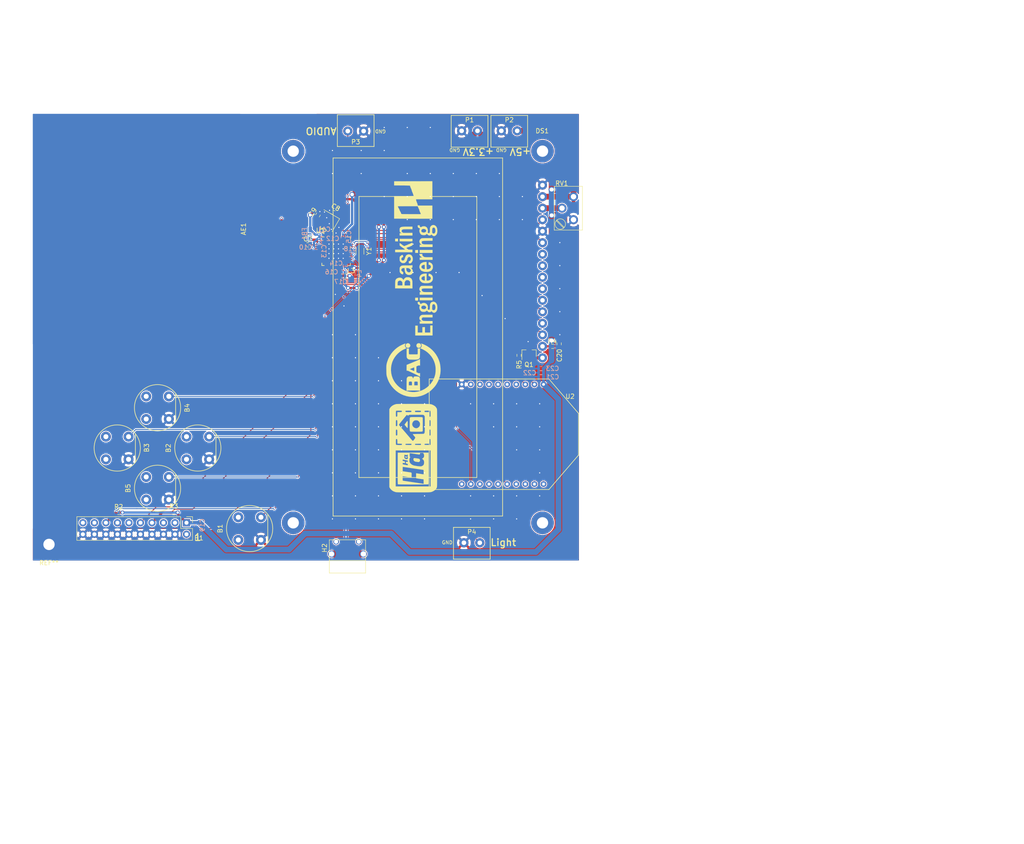
<source format=kicad_pcb>
(kicad_pcb (version 4) (host pcbnew 4.0.5)
  (layers (0 F.Cu signal) (31 B.Cu signal) (34 B.Paste user) (35 F.Paste user) (36 B.SilkS user) (37 F.SilkS user) (38 B.Mask user) (39 F.Mask user) (44 Edge.Cuts user))
  (net 0 "")
  (net 1 /SIG_2.4G)
  (net 2 GND)
  (net 3 "Net-(C8-Pad1)")
  (net 4 "Net-(C9-Pad1)")
  (net 5 "Net-(C10-Pad1)")
  (net 6 "Net-(C13-Pad1)")
  (net 7 "Net-(C18-Pad1)")
  (net 8 /+3.3V)
  (net 9 /SWDIO)
  (net 10 /SWDCLK)
  (net 11 /SWO)
  (net 12 /+5V)
  (net 13 "Net-(L3-Pad1)")
  (net 14 "Net-(L3-Pad2)")
  (net 15 /UART_RTS)
  (net 16 /UART_CTS)
  (net 17 /UART_TX)
  (net 18 /UART_RX)
  (net 19 "Net-(DS1-Pad15)")
  (net 20 /DISP_E)
  (net 21 "Net-(DS1-Pad16)")
  (net 22 "Net-(DS1-Pad3)")
  (net 23 "Net-(Q1-Pad1)")
  (net 24 /Data-)
  (net 25 /Data+)
  (net 26 /DISP_BRIGHT)
  (net 27 /AUDIO_SIG)
  (net 28 /BTN_RIGHT)
  (net 29 /BTN_UP)
  (net 30 /BTN_DOWN)
  (net 31 /BTN_LEFT)
  (net 32 /RESET)
  (net 33 /DISP_B4)
  (net 34 /DISP_B5)
  (net 35 /DISP_B6)
  (net 36 /DISP_B7)
  (net 37 /DISP_RS)
  (net 38 /BTN_HELP)
  (net 39 "Net-(DS1-Pad10)")
  (net 40 "Net-(DS1-Pad9)")
  (net 41 "Net-(DS1-Pad8)")
  (net 42 "Net-(DS1-Pad7)")
  (net 43 "Net-(H1-Pad2)")
  (net 44 "Net-(H1-Pad3)")
  (net 45 "Net-(H1-Pad5)")
  (net 46 "Net-(H1-Pad11)")
  (net 47 "Net-(H1-Pad17)")
  (net 48 /+5V_DEBUG)
  (net 49 /+5V_USB)
  (net 50 "Net-(H2-Pad4)")
  (net 51 "Net-(U1-Pad35)")
  (net 52 "Net-(U1-Pad46)")
  (net 53 "Net-(U1-Pad47)")
  (net 54 "Net-(U2-Pad20)")
  (net 55 "Net-(U2-Pad15)")
  (net 56 "Net-(U2-Pad14)")
  (net 57 "Net-(U2-Pad13)")
  (net 58 "Net-(U2-Pad11)")
  (net 59 "Net-(U2-Pad17)")
  (net 60 "Net-(U2-Pad18)")
  (net 61 "Net-(U2-Pad19)")
  (net 62 "Net-(U2-Pad9)")
  (net 63 "Net-(U2-Pad8)")
  (net 64 "Net-(U2-Pad7)")
  (net 65 "Net-(U2-Pad6)")
  (net 66 "Net-(U2-Pad4)")
  (net 67 "Net-(U2-Pad5)")
  (net 68 /LIGHT_SIG)
  (net 69 "Net-(U1-Pad30)")
  (net 70 "Net-(U1-Pad31)")
  (net 71 "Net-(C7-Pad2)")
  (net 72 "Net-(U1-Pad24)")
  (net 73 "Net-(U1-Pad25)")
  (module RF_Modules:Digi_XBee-PRO_TH (layer F.Cu) (at 173.91888 104.00538 270)
    (fp_text reference U2 (at -8.3439 -8.255 360) (layer F.SilkS))
    (fp_text value XBee-PRO_900HP)
    (pad 11 thru_hole circle (at 10.9982 15.6591 270) (size 1.27 1.27) (drill 0.635) (layers *.Cu *.Mask) (net 58 "Net-(U2-Pad11)"))
    (pad 16 thru_hole circle (at 10.9982 5.6261 270) (size 1.27 1.27) (drill 0.635) (layers *.Cu *.Mask) (net 15 /UART_RTS))
    (pad 17 thru_hole circle (at 10.9982 3.6195 270) (size 1.27 1.27) (drill 0.635) (layers *.Cu *.Mask) (net 59 "Net-(U2-Pad17)"))
    (pad 18 thru_hole circle (at 10.9982 1.6129 270) (size 1.27 1.27) (drill 0.635) (layers *.Cu *.Mask) (net 60 "Net-(U2-Pad18)"))
    (pad 19 thru_hole circle (at 10.9982 -0.3937 270) (size 1.27 1.27) (drill 0.635) (layers *.Cu *.Mask) (net 61 "Net-(U2-Pad19)"))
    (pad 20 thru_hole circle (at 10.9982 -2.4003 270) (size 1.27 1.27) (drill 0.635) (layers *.Cu *.Mask) (net 54 "Net-(U2-Pad20)"))
    (pad 15 thru_hole circle (at 10.9982 7.6327 270) (size 1.27 1.27) (drill 0.635) (layers *.Cu *.Mask) (net 55 "Net-(U2-Pad15)"))
    (pad 14 thru_hole circle (at 10.9982 9.6393 270) (size 1.27 1.27) (drill 0.635) (layers *.Cu *.Mask) (net 56 "Net-(U2-Pad14)"))
    (pad 13 thru_hole circle (at 10.9982 11.6459 270) (size 1.27 1.27) (drill 0.635) (layers *.Cu *.Mask) (net 57 "Net-(U2-Pad13)"))
    (pad 12 thru_hole circle (at 10.9982 13.6525 270) (size 1.27 1.27) (drill 0.635) (layers *.Cu *.Mask) (net 16 /UART_CTS))
    (pad 9 thru_hole circle (at -10.9982 13.6525 270) (size 1.27 1.27) (drill 0.635) (layers *.Cu *.Mask) (net 62 "Net-(U2-Pad9)"))
    (pad 8 thru_hole circle (at -10.9982 11.6459 270) (size 1.27 1.27) (drill 0.635) (layers *.Cu *.Mask) (net 63 "Net-(U2-Pad8)"))
    (pad 7 thru_hole circle (at -10.9982 9.6393 270) (size 1.27 1.27) (drill 0.635) (layers *.Cu *.Mask) (net 64 "Net-(U2-Pad7)"))
    (pad 6 thru_hole circle (at -10.9982 7.6327 270) (size 1.27 1.27) (drill 0.635) (layers *.Cu *.Mask) (net 65 "Net-(U2-Pad6)"))
    (pad 1 thru_hole circle (at -10.9982 -2.4003 270) (size 1.27 1.27) (drill 0.635) (layers *.Cu *.Mask) (net 8 /+3.3V))
    (pad 2 thru_hole circle (at -10.9982 -0.3937 270) (size 1.27 1.27) (drill 0.635) (layers *.Cu *.Mask) (net 18 /UART_RX))
    (pad 3 thru_hole circle (at -10.9982 1.6129 270) (size 1.27 1.27) (drill 0.635) (layers *.Cu *.Mask) (net 17 /UART_TX))
    (pad 4 thru_hole circle (at -10.9982 3.6195 270) (size 1.27 1.27) (drill 0.635) (layers *.Cu *.Mask) (net 66 "Net-(U2-Pad4)"))
    (pad 5 thru_hole circle (at -10.9982 5.6261 270) (size 1.27 1.27) (drill 0.635) (layers *.Cu *.Mask) (net 67 "Net-(U2-Pad5)"))
    (pad 10 thru_hole circle (at -10.9982 15.6591 270) (size 1.27 1.27) (drill 0.635) (layers *.Cu *.Mask) (net 2 GND))
  )
  (module Misc:Via_Stitch_Dia0.356mm_Drill0.254mm (layer F.Cu) (at 147.52828 62.0649)
    (fp_text reference REF** hide)
    (fp_text value Via_Stitch_Dia0.356mm_Drill0.254mm)
    (pad 1 thru_hole circle (at 0 0) (size 0.356 0.356) (drill 0.254) (layers *.Cu) (net 2 GND))
  )
  (module Misc:Potentiometer_Trimmer_Bourns_3309W (layer F.Cu) (at 182.9308 56.66994 270)
    (fp_text reference RV1 (at -8.02894 2.5908 360) (layer F.SilkS))
    (fp_text value 10k)
    (pad 3 thru_hole circle (at 0 0 270) (size 2 2) (drill 1.2) (layers *.Cu *.Mask) (net 2 GND))
    (pad 2 thru_hole circle (at -2.54 2.54 270) (size 2 2) (drill 1.2) (layers *.Cu *.Mask) (net 22 "Net-(DS1-Pad3)"))
    (pad 1 thru_hole circle (at -5.08 0 270) (size 2 2) (drill 1.2) (layers *.Cu *.Mask) (net 12 /+5V))
  )
  (module Connectors:USB_Micro-B_10118194-000XLF (layer F.Cu) (at 133.05282 130.42392)
    (fp_text reference H2 (at -5.03682 -1.33096 90) (layer F.SilkS))
    (fp_text value "USB Micro B")
    (pad 1 smd rect (at -1.3 -2.7 90) (size 1.35 0.4) (layers F.Cu F.Paste F.Mask) (net 49 /+5V_USB))
    (pad 2 smd rect (at -0.65 -2.7 90) (size 1.35 0.4) (layers F.Cu F.Paste F.Mask) (net 24 /Data-))
    (pad 3 smd rect (at 0 -2.7 90) (size 1.35 0.4) (layers F.Cu F.Paste F.Mask) (net 25 /Data+))
    (pad 4 smd rect (at 0.65 -2.7 90) (size 1.35 0.4) (layers F.Cu F.Paste F.Mask) (net 50 "Net-(H2-Pad4)"))
    (pad 5 smd rect (at 1.3 -2.7 90) (size 1.35 0.4) (layers F.Cu F.Paste F.Mask) (net 2 GND))
    (pad 6 thru_hole oval (at -2.5 -2.7 90) (size 1.25 1.25) (drill 0.85) (layers *.Cu *.Mask))
    (pad 6 thru_hole oval (at 2.5 -2.7 90) (size 1.25 1.25) (drill 0.85) (layers *.Cu *.Mask))
    (pad 6 thru_hole oval (at -3.5 0 90) (size 1.55 1.55) (drill 1.15) (layers *.Cu *.Mask))
    (pad 6 thru_hole oval (at 3.5 0 90) (size 1.55 1.55) (drill 1.15) (layers *.Cu *.Mask))
    (pad 6 smd rect (at -1 0 90) (size 1.55 1.5) (layers F.Cu F.Paste F.Mask))
    (pad 6 smd rect (at 1 0 90) (size 1.55 1.5) (layers F.Cu F.Paste F.Mask))
    (pad 6 smd rect (at -2.775 0 90) (size 1.55 0.95) (layers F.Cu F.Paste F.Mask))
    (pad 6 smd rect (at 2.775 0 90) (size 1.55 0.95) (layers F.Cu F.Paste F.Mask))
    (pad 6 smd rect (at -2.9 -0.675 90) (size 0.2 1.2) (layers F.Cu F.Paste F.Mask))
    (pad 6 smd rect (at -2.9 0.675 90) (size 0.2 1.2) (layers F.Cu F.Paste F.Mask))
    (pad 6 smd rect (at 2.9 -0.675 90) (size 0.2 1.2) (layers F.Cu F.Paste F.Mask))
    (pad 6 smd rect (at 2.9 0.675 90) (size 0.2 1.2) (layers F.Cu F.Paste F.Mask))
  )
  (module Misc:Via_Stitch_Dia0.356mm_Drill0.254mm (layer F.Cu) (at 129.7432 46.482)
    (fp_text reference REF** hide)
    (fp_text value Via_Stitch_Dia0.356mm_Drill0.254mm)
    (pad 1 thru_hole circle (at 0 0) (size 0.356 0.356) (drill 0.254) (layers *.Cu) (net 2 GND))
  )
  (module Misc:Via_Stitch_Dia0.356mm_Drill0.254mm (layer F.Cu) (at 129.7432 41.402)
    (fp_text reference REF** hide)
    (fp_text value Via_Stitch_Dia0.356mm_Drill0.254mm)
    (pad 1 thru_hole circle (at 0 0) (size 0.356 0.356) (drill 0.254) (layers *.Cu) (net 2 GND))
  )
  (module Misc:Via_Stitch_Dia0.356mm_Drill0.254mm (layer F.Cu) (at 175.4632 112.522)
    (fp_text reference REF** hide)
    (fp_text value Via_Stitch_Dia0.356mm_Drill0.254mm)
    (pad 1 thru_hole circle (at 0 0) (size 0.356 0.356) (drill 0.254) (layers *.Cu) (net 2 GND))
  )
  (module Misc:Via_Stitch_Dia0.356mm_Drill0.254mm (layer F.Cu) (at 170.3832 107.442)
    (fp_text reference REF** hide)
    (fp_text value Via_Stitch_Dia0.356mm_Drill0.254mm)
    (pad 1 thru_hole circle (at 0 0) (size 0.356 0.356) (drill 0.254) (layers *.Cu) (net 2 GND))
  )
  (module Misc:Via_Stitch_Dia0.356mm_Drill0.254mm (layer F.Cu) (at 175.4632 107.442)
    (fp_text reference REF** hide)
    (fp_text value Via_Stitch_Dia0.356mm_Drill0.254mm)
    (pad 1 thru_hole circle (at 0 0) (size 0.356 0.356) (drill 0.254) (layers *.Cu) (net 2 GND))
  )
  (module Misc:Via_Stitch_Dia0.356mm_Drill0.254mm (layer F.Cu) (at 175.4632 102.362)
    (fp_text reference REF** hide)
    (fp_text value Via_Stitch_Dia0.356mm_Drill0.254mm)
    (pad 1 thru_hole circle (at 0 0) (size 0.356 0.356) (drill 0.254) (layers *.Cu) (net 2 GND))
  )
  (module Misc:Via_Stitch_Dia0.356mm_Drill0.254mm (layer F.Cu) (at 175.4632 97.282)
    (fp_text reference REF** hide)
    (fp_text value Via_Stitch_Dia0.356mm_Drill0.254mm)
    (pad 1 thru_hole circle (at 0 0) (size 0.356 0.356) (drill 0.254) (layers *.Cu) (net 2 GND))
  )
  (module Misc:Via_Stitch_Dia0.356mm_Drill0.254mm (layer F.Cu) (at 160.2232 97.282)
    (fp_text reference REF** hide)
    (fp_text value Via_Stitch_Dia0.356mm_Drill0.254mm)
    (pad 1 thru_hole circle (at 0 0) (size 0.356 0.356) (drill 0.254) (layers *.Cu) (net 2 GND))
  )
  (module Misc:Via_Stitch_Dia0.356mm_Drill0.254mm (layer F.Cu) (at 170.3832 97.282)
    (fp_text reference REF** hide)
    (fp_text value Via_Stitch_Dia0.356mm_Drill0.254mm)
    (pad 1 thru_hole circle (at 0 0) (size 0.356 0.356) (drill 0.254) (layers *.Cu) (net 2 GND))
  )
  (module Misc:Via_Stitch_Dia0.356mm_Drill0.254mm (layer F.Cu) (at 165.3032 97.282)
    (fp_text reference REF** hide)
    (fp_text value Via_Stitch_Dia0.356mm_Drill0.254mm)
    (pad 1 thru_hole circle (at 0 0) (size 0.356 0.356) (drill 0.254) (layers *.Cu) (net 2 GND))
  )
  (module Misc:Via_Stitch_Dia0.356mm_Drill0.254mm (layer F.Cu) (at 165.3032 102.362)
    (fp_text reference REF** hide)
    (fp_text value Via_Stitch_Dia0.356mm_Drill0.254mm)
    (pad 1 thru_hole circle (at 0 0) (size 0.356 0.356) (drill 0.254) (layers *.Cu) (net 2 GND))
  )
  (module Misc:Via_Stitch_Dia0.356mm_Drill0.254mm (layer F.Cu) (at 170.3832 102.362)
    (fp_text reference REF** hide)
    (fp_text value Via_Stitch_Dia0.356mm_Drill0.254mm)
    (pad 1 thru_hole circle (at 0 0) (size 0.356 0.356) (drill 0.254) (layers *.Cu) (net 2 GND))
  )
  (module Misc:Via_Stitch_Dia0.356mm_Drill0.254mm (layer F.Cu) (at 142.4432 68.326)
    (fp_text reference REF** hide)
    (fp_text value Via_Stitch_Dia0.356mm_Drill0.254mm)
    (pad 1 thru_hole circle (at 0 0) (size 0.356 0.356) (drill 0.254) (layers *.Cu) (net 2 GND))
  )
  (module Misc:Via_Stitch_Dia0.356mm_Drill0.254mm (layer F.Cu) (at 152.6032 68.326)
    (fp_text reference REF** hide)
    (fp_text value Via_Stitch_Dia0.356mm_Drill0.254mm)
    (pad 1 thru_hole circle (at 0 0) (size 0.356 0.356) (drill 0.254) (layers *.Cu) (net 2 GND))
  )
  (module Misc:Via_Stitch_Dia0.356mm_Drill0.254mm (layer F.Cu) (at 141.1732 51.562)
    (fp_text reference REF** hide)
    (fp_text value Via_Stitch_Dia0.356mm_Drill0.254mm)
    (pad 1 thru_hole circle (at 0 0) (size 0.356 0.356) (drill 0.254) (layers *.Cu) (net 2 GND))
  )
  (module Misc:Via_Stitch_Dia0.356mm_Drill0.254mm (layer F.Cu) (at 166.5732 46.482)
    (fp_text reference REF** hide)
    (fp_text value Via_Stitch_Dia0.356mm_Drill0.254mm)
    (pad 1 thru_hole circle (at 0 0) (size 0.356 0.356) (drill 0.254) (layers *.Cu) (net 2 GND))
  )
  (module Misc:Via_Stitch_Dia0.356mm_Drill0.254mm (layer F.Cu) (at 166.5732 51.562)
    (fp_text reference REF** hide)
    (fp_text value Via_Stitch_Dia0.356mm_Drill0.254mm)
    (pad 1 thru_hole circle (at 0 0) (size 0.356 0.356) (drill 0.254) (layers *.Cu) (net 2 GND))
  )
  (module Misc:Via_Stitch_Dia0.356mm_Drill0.254mm (layer F.Cu) (at 171.6532 56.642)
    (fp_text reference REF** hide)
    (fp_text value Via_Stitch_Dia0.356mm_Drill0.254mm)
    (pad 1 thru_hole circle (at 0 0) (size 0.356 0.356) (drill 0.254) (layers *.Cu) (net 2 GND))
  )
  (module Misc:Via_Stitch_Dia0.356mm_Drill0.254mm (layer F.Cu) (at 171.6532 51.562)
    (fp_text reference REF** hide)
    (fp_text value Via_Stitch_Dia0.356mm_Drill0.254mm)
    (pad 1 thru_hole circle (at 0 0) (size 0.356 0.356) (drill 0.254) (layers *.Cu) (net 2 GND))
  )
  (module Misc:Via_Stitch_Dia0.356mm_Drill0.254mm (layer F.Cu) (at 166.5732 56.642)
    (fp_text reference REF** hide)
    (fp_text value Via_Stitch_Dia0.356mm_Drill0.254mm)
    (pad 1 thru_hole circle (at 0 0) (size 0.356 0.356) (drill 0.254) (layers *.Cu) (net 2 GND))
  )
  (module Misc:Via_Stitch_Dia0.356mm_Drill0.254mm (layer F.Cu) (at 146.2532 51.562)
    (fp_text reference REF** hide)
    (fp_text value Via_Stitch_Dia0.356mm_Drill0.254mm)
    (pad 1 thru_hole circle (at 0 0) (size 0.356 0.356) (drill 0.254) (layers *.Cu) (net 2 GND))
  )
  (module Misc:Via_Stitch_Dia0.356mm_Drill0.254mm (layer F.Cu) (at 146.2532 46.482)
    (fp_text reference REF** hide)
    (fp_text value Via_Stitch_Dia0.356mm_Drill0.254mm)
    (pad 1 thru_hole circle (at 0 0) (size 0.356 0.356) (drill 0.254) (layers *.Cu) (net 2 GND))
  )
  (module Misc:Via_Stitch_Dia0.356mm_Drill0.254mm (layer F.Cu) (at 146.2532 56.642)
    (fp_text reference REF** hide)
    (fp_text value Via_Stitch_Dia0.356mm_Drill0.254mm)
    (pad 1 thru_hole circle (at 0 0) (size 0.356 0.356) (drill 0.254) (layers *.Cu) (net 2 GND))
  )
  (module Misc:Via_Stitch_Dia0.356mm_Drill0.254mm (layer F.Cu) (at 156.4132 56.642)
    (fp_text reference REF** hide)
    (fp_text value Via_Stitch_Dia0.356mm_Drill0.254mm)
    (pad 1 thru_hole circle (at 0 0) (size 0.356 0.356) (drill 0.254) (layers *.Cu) (net 2 GND))
  )
  (module Misc:Via_Stitch_Dia0.356mm_Drill0.254mm (layer F.Cu) (at 161.4932 51.562)
    (fp_text reference REF** hide)
    (fp_text value Via_Stitch_Dia0.356mm_Drill0.254mm)
    (pad 1 thru_hole circle (at 0 0) (size 0.356 0.356) (drill 0.254) (layers *.Cu) (net 2 GND))
  )
  (module Misc:Via_Stitch_Dia0.356mm_Drill0.254mm (layer F.Cu) (at 161.4932 56.642)
    (fp_text reference REF** hide)
    (fp_text value Via_Stitch_Dia0.356mm_Drill0.254mm)
    (pad 1 thru_hole circle (at 0 0) (size 0.356 0.356) (drill 0.254) (layers *.Cu) (net 2 GND))
  )
  (module Misc:Via_Stitch_Dia0.356mm_Drill0.254mm (layer F.Cu) (at 147.5232 68.326)
    (fp_text reference REF** hide)
    (fp_text value Via_Stitch_Dia0.356mm_Drill0.254mm)
    (pad 1 thru_hole circle (at 0 0) (size 0.356 0.356) (drill 0.254) (layers *.Cu) (net 2 GND))
  )
  (module Misc:Via_Stitch_Dia0.356mm_Drill0.254mm (layer F.Cu) (at 157.6832 68.326)
    (fp_text reference REF** hide)
    (fp_text value Via_Stitch_Dia0.356mm_Drill0.254mm)
    (pad 1 thru_hole circle (at 0 0) (size 0.356 0.356) (drill 0.254) (layers *.Cu) (net 2 GND))
  )
  (module Misc:Via_Stitch_Dia0.356mm_Drill0.254mm (layer F.Cu) (at 151.3332 36.322)
    (fp_text reference REF** hide)
    (fp_text value Via_Stitch_Dia0.356mm_Drill0.254mm)
    (pad 1 thru_hole circle (at 0 0) (size 0.356 0.356) (drill 0.254) (layers *.Cu) (net 2 GND))
  )
  (module Misc:E-Switch_KS01Q01 (layer F.Cu) (at 111.47044 124.82068 270)
    (fp_text reference B1 (at 0 6.5 270) (layer F.SilkS))
    (fp_text value Button)
    (pad 1 thru_hole circle (at -2.5 -2.5 270) (size 2.2 2.2) (drill 1.1) (layers *.Cu *.Mask) (net 38 /BTN_HELP))
    (pad 2 thru_hole circle (at 2.5 -2.5 270) (size 2.2 2.2) (drill 1.1) (layers *.Cu *.Mask) (net 2 GND))
    (pad 3 thru_hole circle (at -2.5 2.5 270) (size 2.2 2.2) (drill 1.1) (layers *.Cu *.Mask))
    (pad 4 thru_hole circle (at 2.5 2.5 270) (size 2.2 2.2) (drill 1.1) (layers *.Cu *.Mask))
  )
  (module Misc:Via_Stitch_Dia0.356mm_Drill0.254mm (layer F.Cu) (at 132.28574 75.69454)
    (fp_text reference REF** hide)
    (fp_text value Via_Stitch_Dia0.356mm_Drill0.254mm)
    (pad 1 thru_hole circle (at 0 0) (size 0.356 0.356) (drill 0.254) (layers *.Cu) (net 2 GND))
  )
  (module Misc:Via_Stitch_Dia0.356mm_Drill0.254mm (layer F.Cu) (at 130.38074 73.15454)
    (fp_text reference REF** hide)
    (fp_text value Via_Stitch_Dia0.356mm_Drill0.254mm)
    (pad 1 thru_hole circle (at 0 0) (size 0.356 0.356) (drill 0.254) (layers *.Cu) (net 2 GND))
  )
  (module Misc:Via_Stitch_Dia0.356mm_Drill0.254mm (layer F.Cu) (at 151.3332 56.642)
    (fp_text reference REF** hide)
    (fp_text value Via_Stitch_Dia0.356mm_Drill0.254mm)
    (pad 1 thru_hole circle (at 0 0) (size 0.356 0.356) (drill 0.254) (layers *.Cu) (net 2 GND))
  )
  (module Misc:Via_Stitch_Dia0.356mm_Drill0.254mm (layer F.Cu) (at 151.3332 46.482)
    (fp_text reference REF** hide)
    (fp_text value Via_Stitch_Dia0.356mm_Drill0.254mm)
    (pad 1 thru_hole circle (at 0 0) (size 0.356 0.356) (drill 0.254) (layers *.Cu) (net 2 GND))
  )
  (module Misc:Via_Stitch_Dia0.356mm_Drill0.254mm (layer F.Cu) (at 161.4932 46.482)
    (fp_text reference REF** hide)
    (fp_text value Via_Stitch_Dia0.356mm_Drill0.254mm)
    (pad 1 thru_hole circle (at 0 0) (size 0.356 0.356) (drill 0.254) (layers *.Cu) (net 2 GND))
  )
  (module Misc:Via_Stitch_Dia0.356mm_Drill0.254mm (layer F.Cu) (at 156.4132 46.482)
    (fp_text reference REF** hide)
    (fp_text value Via_Stitch_Dia0.356mm_Drill0.254mm)
    (pad 1 thru_hole circle (at 0 0) (size 0.356 0.356) (drill 0.254) (layers *.Cu) (net 2 GND))
  )
  (module Misc:Via_Stitch_Dia0.356mm_Drill0.254mm (layer F.Cu) (at 156.4132 51.562)
    (fp_text reference REF** hide)
    (fp_text value Via_Stitch_Dia0.356mm_Drill0.254mm)
    (pad 1 thru_hole circle (at 0 0) (size 0.356 0.356) (drill 0.254) (layers *.Cu) (net 2 GND))
  )
  (module Misc:Via_Stitch_Dia0.356mm_Drill0.254mm (layer F.Cu) (at 151.3332 51.562)
    (fp_text reference REF** hide)
    (fp_text value Via_Stitch_Dia0.356mm_Drill0.254mm)
    (pad 1 thru_hole circle (at 0 0) (size 0.356 0.356) (drill 0.254) (layers *.Cu) (net 2 GND))
  )
  (module Misc:Via_Stitch_Dia0.356mm_Drill0.254mm (layer F.Cu) (at 146.2532 36.322)
    (fp_text reference REF** hide)
    (fp_text value Via_Stitch_Dia0.356mm_Drill0.254mm)
    (pad 1 thru_hole circle (at 0 0) (size 0.356 0.356) (drill 0.254) (layers *.Cu) (net 2 GND))
  )
  (module Misc:Via_Stitch_Dia0.356mm_Drill0.254mm (layer F.Cu) (at 141.1732 41.402)
    (fp_text reference REF** hide)
    (fp_text value Via_Stitch_Dia0.356mm_Drill0.254mm)
    (pad 1 thru_hole circle (at 0 0) (size 0.356 0.356) (drill 0.254) (layers *.Cu) (net 2 GND))
  )
  (module Misc:Via_Stitch_Dia0.356mm_Drill0.254mm (layer F.Cu) (at 141.1732 36.322)
    (fp_text reference REF** hide)
    (fp_text value Via_Stitch_Dia0.356mm_Drill0.254mm)
    (pad 1 thru_hole circle (at 0 0) (size 0.356 0.356) (drill 0.254) (layers *.Cu) (net 2 GND))
  )
  (module Misc:Via_Stitch_Dia0.356mm_Drill0.254mm (layer F.Cu) (at 136.0932 41.402)
    (fp_text reference REF** hide)
    (fp_text value Via_Stitch_Dia0.356mm_Drill0.254mm)
    (pad 1 thru_hole circle (at 0 0) (size 0.356 0.356) (drill 0.254) (layers *.Cu) (net 2 GND))
  )
  (module Misc:Via_Stitch_Dia0.356mm_Drill0.254mm (layer F.Cu) (at 136.0932 46.482)
    (fp_text reference REF** hide)
    (fp_text value Via_Stitch_Dia0.356mm_Drill0.254mm)
    (pad 1 thru_hole circle (at 0 0) (size 0.356 0.356) (drill 0.254) (layers *.Cu) (net 2 GND))
  )
  (module Misc:Via_Stitch_Dia0.356mm_Drill0.254mm (layer F.Cu) (at 175.4632 117.602)
    (fp_text reference REF** hide)
    (fp_text value Via_Stitch_Dia0.356mm_Drill0.254mm)
    (pad 1 thru_hole circle (at 0 0) (size 0.356 0.356) (drill 0.254) (layers *.Cu) (net 2 GND))
  )
  (module Misc:Via_Stitch_Dia0.356mm_Drill0.254mm (layer F.Cu) (at 170.3832 122.682)
    (fp_text reference REF** hide)
    (fp_text value Via_Stitch_Dia0.356mm_Drill0.254mm)
    (pad 1 thru_hole circle (at 0 0) (size 0.356 0.356) (drill 0.254) (layers *.Cu) (net 2 GND))
  )
  (module Misc:Via_Stitch_Dia0.356mm_Drill0.254mm (layer F.Cu) (at 179.9082 66.802)
    (fp_text reference REF** hide)
    (fp_text value Via_Stitch_Dia0.356mm_Drill0.254mm)
    (pad 1 thru_hole circle (at 0 0) (size 0.356 0.356) (drill 0.254) (layers *.Cu) (net 2 GND))
  )
  (module Misc:Via_Stitch_Dia0.356mm_Drill0.254mm (layer F.Cu) (at 179.9082 71.882)
    (fp_text reference REF** hide)
    (fp_text value Via_Stitch_Dia0.356mm_Drill0.254mm)
    (pad 1 thru_hole circle (at 0 0) (size 0.356 0.356) (drill 0.254) (layers *.Cu) (net 2 GND))
  )
  (module Misc:Via_Stitch_Dia0.356mm_Drill0.254mm (layer F.Cu) (at 179.9082 61.722)
    (fp_text reference REF** hide)
    (fp_text value Via_Stitch_Dia0.356mm_Drill0.254mm)
    (pad 1 thru_hole circle (at 0 0) (size 0.356 0.356) (drill 0.254) (layers *.Cu) (net 2 GND))
  )
  (module Misc:Via_Stitch_Dia0.356mm_Drill0.254mm (layer F.Cu) (at 179.9082 76.962)
    (fp_text reference REF** hide)
    (fp_text value Via_Stitch_Dia0.356mm_Drill0.254mm)
    (pad 1 thru_hole circle (at 0 0) (size 0.356 0.356) (drill 0.254) (layers *.Cu) (net 2 GND))
  )
  (module Misc:Via_Stitch_Dia0.356mm_Drill0.254mm (layer F.Cu) (at 179.9082 82.042)
    (fp_text reference REF** hide)
    (fp_text value Via_Stitch_Dia0.356mm_Drill0.254mm)
    (pad 1 thru_hole circle (at 0 0) (size 0.356 0.356) (drill 0.254) (layers *.Cu) (net 2 GND))
  )
  (module Misc:Via_Stitch_Dia0.356mm_Drill0.254mm (layer F.Cu) (at 167.8432 78.486)
    (fp_text reference REF** hide)
    (fp_text value Via_Stitch_Dia0.356mm_Drill0.254mm)
    (pad 1 thru_hole circle (at 0 0) (size 0.356 0.356) (drill 0.254) (layers *.Cu) (net 2 GND))
  )
  (module Misc:Via_Stitch_Dia0.356mm_Drill0.254mm (layer F.Cu) (at 131.17068 58.3692)
    (fp_text reference REF** hide)
    (fp_text value Via_Stitch_Dia0.356mm_Drill0.254mm)
    (pad 1 thru_hole circle (at 0 0) (size 0.356 0.356) (drill 0.254) (layers *.Cu) (net 2 GND))
  )
  (module Misc:Via_Stitch_Dia0.356mm_Drill0.254mm (layer F.Cu) (at 130.54076 59.61126)
    (fp_text reference REF** hide)
    (fp_text value Via_Stitch_Dia0.356mm_Drill0.254mm)
    (pad 1 thru_hole circle (at 0 0) (size 0.356 0.356) (drill 0.254) (layers *.Cu) (net 2 GND))
  )
  (module Misc:Via_Stitch_Dia0.356mm_Drill0.254mm (layer F.Cu) (at 165.3032 122.682)
    (fp_text reference REF** hide)
    (fp_text value Via_Stitch_Dia0.356mm_Drill0.254mm)
    (pad 1 thru_hole circle (at 0 0) (size 0.356 0.356) (drill 0.254) (layers *.Cu) (net 2 GND))
  )
  (module Misc:Via_Stitch_Dia0.356mm_Drill0.254mm (layer F.Cu) (at 165.3032 117.602)
    (fp_text reference REF** hide)
    (fp_text value Via_Stitch_Dia0.356mm_Drill0.254mm)
    (pad 1 thru_hole circle (at 0 0) (size 0.356 0.356) (drill 0.254) (layers *.Cu) (net 2 GND))
  )
  (module Misc:Via_Stitch_Dia0.356mm_Drill0.254mm (layer F.Cu) (at 170.3832 117.602)
    (fp_text reference REF** hide)
    (fp_text value Via_Stitch_Dia0.356mm_Drill0.254mm)
    (pad 1 thru_hole circle (at 0 0) (size 0.356 0.356) (drill 0.254) (layers *.Cu) (net 2 GND))
  )
  (module Misc:Via_Stitch_Dia0.356mm_Drill0.254mm (layer F.Cu) (at 172.9232 83.566)
    (fp_text reference REF** hide)
    (fp_text value Via_Stitch_Dia0.356mm_Drill0.254mm)
    (pad 1 thru_hole circle (at 0 0) (size 0.356 0.356) (drill 0.254) (layers *.Cu) (net 2 GND))
  )
  (module Misc:Via_Stitch_Dia0.356mm_Drill0.254mm (layer F.Cu) (at 162.7632 73.406)
    (fp_text reference REF** hide)
    (fp_text value Via_Stitch_Dia0.356mm_Drill0.254mm)
    (pad 1 thru_hole circle (at 0 0) (size 0.356 0.356) (drill 0.254) (layers *.Cu) (net 2 GND))
  )
  (module Misc:Via_Stitch_Dia0.356mm_Drill0.254mm (layer F.Cu) (at 160.2232 117.602)
    (fp_text reference REF** hide)
    (fp_text value Via_Stitch_Dia0.356mm_Drill0.254mm)
    (pad 1 thru_hole circle (at 0 0) (size 0.356 0.356) (drill 0.254) (layers *.Cu) (net 2 GND))
  )
  (module Misc:Via_Stitch_Dia0.356mm_Drill0.254mm (layer F.Cu) (at 160.2232 122.682)
    (fp_text reference REF** hide)
    (fp_text value Via_Stitch_Dia0.356mm_Drill0.254mm)
    (pad 1 thru_hole circle (at 0 0) (size 0.356 0.356) (drill 0.254) (layers *.Cu) (net 2 GND))
  )
  (module Misc:Via_Stitch_Dia0.356mm_Drill0.254mm (layer F.Cu) (at 126.97206 54.87924)
    (fp_text reference REF** hide)
    (fp_text value Via_Stitch_Dia0.356mm_Drill0.254mm)
    (pad 1 thru_hole circle (at 0 0) (size 0.356 0.356) (drill 0.254) (layers *.Cu) (net 2 GND))
  )
  (module Misc:Via_Stitch_Dia0.356mm_Drill0.254mm (layer F.Cu) (at 129.1082 54.60746)
    (fp_text reference REF** hide)
    (fp_text value Via_Stitch_Dia0.356mm_Drill0.254mm)
    (pad 1 thru_hole circle (at 0 0) (size 0.356 0.356) (drill 0.254) (layers *.Cu) (net 2 GND))
  )
  (module Misc:Via_Stitch_Dia0.356mm_Drill0.254mm (layer F.Cu) (at 127.9906 54.9783)
    (fp_text reference REF** hide)
    (fp_text value Via_Stitch_Dia0.356mm_Drill0.254mm)
    (pad 1 thru_hole circle (at 0 0) (size 0.356 0.356) (drill 0.254) (layers *.Cu) (net 2 GND))
  )
  (module Misc:Via_Stitch_Dia0.356mm_Drill0.254mm (layer F.Cu) (at 128.4732 56.23052)
    (fp_text reference REF** hide)
    (fp_text value Via_Stitch_Dia0.356mm_Drill0.254mm)
    (pad 1 thru_hole circle (at 0 0) (size 0.356 0.356) (drill 0.254) (layers *.Cu) (net 2 GND))
  )
  (module Misc:Via_Stitch_Dia0.356mm_Drill0.254mm (layer F.Cu) (at 129.52984 58.80354)
    (fp_text reference REF** hide)
    (fp_text value Via_Stitch_Dia0.356mm_Drill0.254mm)
    (pad 1 thru_hole circle (at 0 0) (size 0.356 0.356) (drill 0.254) (layers *.Cu) (net 2 GND))
  )
  (module Misc:Via_Stitch_Dia0.356mm_Drill0.254mm (layer F.Cu) (at 129.04724 57.55132)
    (fp_text reference REF** hide)
    (fp_text value Via_Stitch_Dia0.356mm_Drill0.254mm)
    (pad 1 thru_hole circle (at 0 0) (size 0.356 0.356) (drill 0.254) (layers *.Cu) (net 2 GND))
  )
  (module Misc:Via_Stitch_Dia0.356mm_Drill0.254mm (layer F.Cu) (at 129.7432 122.682)
    (fp_text reference REF** hide)
    (fp_text value Via_Stitch_Dia0.356mm_Drill0.254mm)
    (pad 1 thru_hole circle (at 0 0) (size 0.356 0.356) (drill 0.254) (layers *.Cu) (net 2 GND))
  )
  (module Misc:Via_Stitch_Dia0.356mm_Drill0.254mm (layer F.Cu) (at 129.7432 117.602)
    (fp_text reference REF** hide)
    (fp_text value Via_Stitch_Dia0.356mm_Drill0.254mm)
    (pad 1 thru_hole circle (at 0 0) (size 0.356 0.356) (drill 0.254) (layers *.Cu) (net 2 GND))
  )
  (module Misc:Via_Stitch_Dia0.356mm_Drill0.254mm (layer F.Cu) (at 129.7432 107.442)
    (fp_text reference REF** hide)
    (fp_text value Via_Stitch_Dia0.356mm_Drill0.254mm)
    (pad 1 thru_hole circle (at 0 0) (size 0.356 0.356) (drill 0.254) (layers *.Cu) (net 2 GND))
  )
  (module Misc:Via_Stitch_Dia0.356mm_Drill0.254mm (layer F.Cu) (at 129.7432 112.522)
    (fp_text reference REF** hide)
    (fp_text value Via_Stitch_Dia0.356mm_Drill0.254mm)
    (pad 1 thru_hole circle (at 0 0) (size 0.356 0.356) (drill 0.254) (layers *.Cu) (net 2 GND))
  )
  (module Misc:Via_Stitch_Dia0.356mm_Drill0.254mm (layer F.Cu) (at 129.7432 97.282)
    (fp_text reference REF** hide)
    (fp_text value Via_Stitch_Dia0.356mm_Drill0.254mm)
    (pad 1 thru_hole circle (at 0 0) (size 0.356 0.356) (drill 0.254) (layers *.Cu) (net 2 GND))
  )
  (module Misc:Via_Stitch_Dia0.356mm_Drill0.254mm (layer F.Cu) (at 129.7432 92.202)
    (fp_text reference REF** hide)
    (fp_text value Via_Stitch_Dia0.356mm_Drill0.254mm)
    (pad 1 thru_hole circle (at 0 0) (size 0.356 0.356) (drill 0.254) (layers *.Cu) (net 2 GND))
  )
  (module Misc:Via_Stitch_Dia0.356mm_Drill0.254mm (layer F.Cu) (at 129.7432 102.362)
    (fp_text reference REF** hide)
    (fp_text value Via_Stitch_Dia0.356mm_Drill0.254mm)
    (pad 1 thru_hole circle (at 0 0) (size 0.356 0.356) (drill 0.254) (layers *.Cu) (net 2 GND))
  )
  (module Misc:Via_Stitch_Dia0.356mm_Drill0.254mm (layer F.Cu) (at 129.7432 87.122)
    (fp_text reference REF** hide)
    (fp_text value Via_Stitch_Dia0.356mm_Drill0.254mm)
    (pad 1 thru_hole circle (at 0 0) (size 0.356 0.356) (drill 0.254) (layers *.Cu) (net 2 GND))
  )
  (module Misc:Via_Stitch_Dia0.356mm_Drill0.254mm (layer F.Cu) (at 129.7432 82.042)
    (fp_text reference REF** hide)
    (fp_text value Via_Stitch_Dia0.356mm_Drill0.254mm)
    (pad 1 thru_hole circle (at 0 0) (size 0.356 0.356) (drill 0.254) (layers *.Cu) (net 2 GND))
  )
  (module Misc:Via_Stitch_Dia0.356mm_Drill0.254mm (layer F.Cu) (at 134.8232 82.042)
    (fp_text reference REF** hide)
    (fp_text value Via_Stitch_Dia0.356mm_Drill0.254mm)
    (pad 1 thru_hole circle (at 0 0) (size 0.356 0.356) (drill 0.254) (layers *.Cu) (net 2 GND))
  )
  (module Misc:Via_Stitch_Dia0.356mm_Drill0.254mm (layer F.Cu) (at 134.8232 87.122)
    (fp_text reference REF** hide)
    (fp_text value Via_Stitch_Dia0.356mm_Drill0.254mm)
    (pad 1 thru_hole circle (at 0 0) (size 0.356 0.356) (drill 0.254) (layers *.Cu) (net 2 GND))
  )
  (module Misc:Via_Stitch_Dia0.356mm_Drill0.254mm (layer F.Cu) (at 139.9032 87.122)
    (fp_text reference REF** hide)
    (fp_text value Via_Stitch_Dia0.356mm_Drill0.254mm)
    (pad 1 thru_hole circle (at 0 0) (size 0.356 0.356) (drill 0.254) (layers *.Cu) (net 2 GND))
  )
  (module Misc:Via_Stitch_Dia0.356mm_Drill0.254mm (layer F.Cu) (at 134.8232 102.362)
    (fp_text reference REF** hide)
    (fp_text value Via_Stitch_Dia0.356mm_Drill0.254mm)
    (pad 1 thru_hole circle (at 0 0) (size 0.356 0.356) (drill 0.254) (layers *.Cu) (net 2 GND))
  )
  (module Misc:Via_Stitch_Dia0.356mm_Drill0.254mm (layer F.Cu) (at 139.9032 102.362)
    (fp_text reference REF** hide)
    (fp_text value Via_Stitch_Dia0.356mm_Drill0.254mm)
    (pad 1 thru_hole circle (at 0 0) (size 0.356 0.356) (drill 0.254) (layers *.Cu) (net 2 GND))
  )
  (module Misc:Via_Stitch_Dia0.356mm_Drill0.254mm (layer F.Cu) (at 139.9032 97.282)
    (fp_text reference REF** hide)
    (fp_text value Via_Stitch_Dia0.356mm_Drill0.254mm)
    (pad 1 thru_hole circle (at 0 0) (size 0.356 0.356) (drill 0.254) (layers *.Cu) (net 2 GND))
  )
  (module Misc:Via_Stitch_Dia0.356mm_Drill0.254mm (layer F.Cu) (at 139.9032 92.202)
    (fp_text reference REF** hide)
    (fp_text value Via_Stitch_Dia0.356mm_Drill0.254mm)
    (pad 1 thru_hole circle (at 0 0) (size 0.356 0.356) (drill 0.254) (layers *.Cu) (net 2 GND))
  )
  (module Misc:Via_Stitch_Dia0.356mm_Drill0.254mm (layer F.Cu) (at 134.8232 92.202)
    (fp_text reference REF** hide)
    (fp_text value Via_Stitch_Dia0.356mm_Drill0.254mm)
    (pad 1 thru_hole circle (at 0 0) (size 0.356 0.356) (drill 0.254) (layers *.Cu) (net 2 GND))
  )
  (module Misc:Via_Stitch_Dia0.356mm_Drill0.254mm (layer F.Cu) (at 134.8232 97.282)
    (fp_text reference REF** hide)
    (fp_text value Via_Stitch_Dia0.356mm_Drill0.254mm)
    (pad 1 thru_hole circle (at 0 0) (size 0.356 0.356) (drill 0.254) (layers *.Cu) (net 2 GND))
  )
  (module Misc:Via_Stitch_Dia0.356mm_Drill0.254mm (layer F.Cu) (at 144.9832 97.282)
    (fp_text reference REF** hide)
    (fp_text value Via_Stitch_Dia0.356mm_Drill0.254mm)
    (pad 1 thru_hole circle (at 0 0) (size 0.356 0.356) (drill 0.254) (layers *.Cu) (net 2 GND))
  )
  (module Misc:Via_Stitch_Dia0.356mm_Drill0.254mm (layer F.Cu) (at 144.9832 92.202)
    (fp_text reference REF** hide)
    (fp_text value Via_Stitch_Dia0.356mm_Drill0.254mm)
    (pad 1 thru_hole circle (at 0 0) (size 0.356 0.356) (drill 0.254) (layers *.Cu) (net 2 GND))
  )
  (module Misc:Via_Stitch_Dia0.356mm_Drill0.254mm (layer F.Cu) (at 150.0632 97.282)
    (fp_text reference REF** hide)
    (fp_text value Via_Stitch_Dia0.356mm_Drill0.254mm)
    (pad 1 thru_hole circle (at 0 0) (size 0.356 0.356) (drill 0.254) (layers *.Cu) (net 2 GND))
  )
  (module Misc:Via_Stitch_Dia0.356mm_Drill0.254mm (layer F.Cu) (at 150.0632 102.362)
    (fp_text reference REF** hide)
    (fp_text value Via_Stitch_Dia0.356mm_Drill0.254mm)
    (pad 1 thru_hole circle (at 0 0) (size 0.356 0.356) (drill 0.254) (layers *.Cu) (net 2 GND))
  )
  (module Misc:Via_Stitch_Dia0.356mm_Drill0.254mm (layer F.Cu) (at 144.9832 102.362)
    (fp_text reference REF** hide)
    (fp_text value Via_Stitch_Dia0.356mm_Drill0.254mm)
    (pad 1 thru_hole circle (at 0 0) (size 0.356 0.356) (drill 0.254) (layers *.Cu) (net 2 GND))
  )
  (module Misc:Via_Stitch_Dia0.356mm_Drill0.254mm (layer F.Cu) (at 144.9832 122.682)
    (fp_text reference REF** hide)
    (fp_text value Via_Stitch_Dia0.356mm_Drill0.254mm)
    (pad 1 thru_hole circle (at 0 0) (size 0.356 0.356) (drill 0.254) (layers *.Cu) (net 2 GND))
  )
  (module Misc:Via_Stitch_Dia0.356mm_Drill0.254mm (layer F.Cu) (at 144.9832 117.602)
    (fp_text reference REF** hide)
    (fp_text value Via_Stitch_Dia0.356mm_Drill0.254mm)
    (pad 1 thru_hole circle (at 0 0) (size 0.356 0.356) (drill 0.254) (layers *.Cu) (net 2 GND))
  )
  (module Misc:Via_Stitch_Dia0.356mm_Drill0.254mm (layer F.Cu) (at 150.0632 117.602)
    (fp_text reference REF** hide)
    (fp_text value Via_Stitch_Dia0.356mm_Drill0.254mm)
    (pad 1 thru_hole circle (at 0 0) (size 0.356 0.356) (drill 0.254) (layers *.Cu) (net 2 GND))
  )
  (module Misc:Via_Stitch_Dia0.356mm_Drill0.254mm (layer F.Cu) (at 150.0632 122.682)
    (fp_text reference REF** hide)
    (fp_text value Via_Stitch_Dia0.356mm_Drill0.254mm)
    (pad 1 thru_hole circle (at 0 0) (size 0.356 0.356) (drill 0.254) (layers *.Cu) (net 2 GND))
  )
  (module Misc:Via_Stitch_Dia0.356mm_Drill0.254mm (layer F.Cu) (at 150.0632 112.522)
    (fp_text reference REF** hide)
    (fp_text value Via_Stitch_Dia0.356mm_Drill0.254mm)
    (pad 1 thru_hole circle (at 0 0) (size 0.356 0.356) (drill 0.254) (layers *.Cu) (net 2 GND))
  )
  (module Misc:Via_Stitch_Dia0.356mm_Drill0.254mm (layer F.Cu) (at 150.0632 107.442)
    (fp_text reference REF** hide)
    (fp_text value Via_Stitch_Dia0.356mm_Drill0.254mm)
    (pad 1 thru_hole circle (at 0 0) (size 0.356 0.356) (drill 0.254) (layers *.Cu) (net 2 GND))
  )
  (module Misc:Via_Stitch_Dia0.356mm_Drill0.254mm (layer F.Cu) (at 144.9832 107.442)
    (fp_text reference REF** hide)
    (fp_text value Via_Stitch_Dia0.356mm_Drill0.254mm)
    (pad 1 thru_hole circle (at 0 0) (size 0.356 0.356) (drill 0.254) (layers *.Cu) (net 2 GND))
  )
  (module Misc:Via_Stitch_Dia0.356mm_Drill0.254mm (layer F.Cu) (at 144.9832 112.522)
    (fp_text reference REF** hide)
    (fp_text value Via_Stitch_Dia0.356mm_Drill0.254mm)
    (pad 1 thru_hole circle (at 0 0) (size 0.356 0.356) (drill 0.254) (layers *.Cu) (net 2 GND))
  )
  (module Misc:Via_Stitch_Dia0.356mm_Drill0.254mm (layer F.Cu) (at 134.8232 112.522)
    (fp_text reference REF** hide)
    (fp_text value Via_Stitch_Dia0.356mm_Drill0.254mm)
    (pad 1 thru_hole circle (at 0 0) (size 0.356 0.356) (drill 0.254) (layers *.Cu) (net 2 GND))
  )
  (module Misc:Via_Stitch_Dia0.356mm_Drill0.254mm (layer F.Cu) (at 134.8232 107.442)
    (fp_text reference REF** hide)
    (fp_text value Via_Stitch_Dia0.356mm_Drill0.254mm)
    (pad 1 thru_hole circle (at 0 0) (size 0.356 0.356) (drill 0.254) (layers *.Cu) (net 2 GND))
  )
  (module Misc:Via_Stitch_Dia0.356mm_Drill0.254mm (layer F.Cu) (at 139.9032 107.442)
    (fp_text reference REF** hide)
    (fp_text value Via_Stitch_Dia0.356mm_Drill0.254mm)
    (pad 1 thru_hole circle (at 0 0) (size 0.356 0.356) (drill 0.254) (layers *.Cu) (net 2 GND))
  )
  (module Misc:Via_Stitch_Dia0.356mm_Drill0.254mm (layer F.Cu) (at 139.9032 112.522)
    (fp_text reference REF** hide)
    (fp_text value Via_Stitch_Dia0.356mm_Drill0.254mm)
    (pad 1 thru_hole circle (at 0 0) (size 0.356 0.356) (drill 0.254) (layers *.Cu) (net 2 GND))
  )
  (module Misc:Via_Stitch_Dia0.356mm_Drill0.254mm (layer F.Cu) (at 139.9032 122.682)
    (fp_text reference REF** hide)
    (fp_text value Via_Stitch_Dia0.356mm_Drill0.254mm)
    (pad 1 thru_hole circle (at 0 0) (size 0.356 0.356) (drill 0.254) (layers *.Cu) (net 2 GND))
  )
  (module Misc:Via_Stitch_Dia0.356mm_Drill0.254mm (layer F.Cu) (at 139.9032 117.602)
    (fp_text reference REF** hide)
    (fp_text value Via_Stitch_Dia0.356mm_Drill0.254mm)
    (pad 1 thru_hole circle (at 0 0) (size 0.356 0.356) (drill 0.254) (layers *.Cu) (net 2 GND))
  )
  (module Misc:Via_Stitch_Dia0.356mm_Drill0.254mm (layer F.Cu) (at 134.8232 117.602)
    (fp_text reference REF** hide)
    (fp_text value Via_Stitch_Dia0.356mm_Drill0.254mm)
    (pad 1 thru_hole circle (at 0 0) (size 0.356 0.356) (drill 0.254) (layers *.Cu) (net 2 GND))
  )
  (module Misc:Via_Stitch_Dia0.356mm_Drill0.254mm (layer F.Cu) (at 134.8232 122.682)
    (fp_text reference REF** hide)
    (fp_text value Via_Stitch_Dia0.356mm_Drill0.254mm)
    (pad 1 thru_hole circle (at 0 0) (size 0.356 0.356) (drill 0.254) (layers *.Cu) (net 2 GND))
  )
  (module Antennas:Patch_Antenna_2.4GHz (layer F.Cu) (at 86.50986 58.72734 90)
    (fp_text reference AE1 (at 0 23.622 90) (layer F.SilkS))
    (fp_text value Antenna_Shield)
    (pad 2 smd rect (at 0 0 90) (size 50.8 45.72) (layers B.Cu) (net 2 GND))
    (pad 1 smd rect (at 0 0 90) (size 34.925 30.48) (layers F.Cu) (net 1 /SIG_2.4G))
  )
  (module Capacitors_SMD:C_0402 (layer F.Cu) (at 170.91914 86.59876 270)
    (fp_text reference R5 (at 2.04724 -0.02286 270) (layer F.SilkS))
    (fp_text value 1k)
    (pad 1 smd rect (at -0.55 0 270) (size 0.6 0.5) (layers F.Cu F.Paste F.Mask) (net 26 /DISP_BRIGHT))
    (pad 2 smd rect (at 0.55 0 270) (size 0.6 0.5) (layers F.Cu F.Paste F.Mask) (net 23 "Net-(Q1-Pad1)"))
  )
  (module TO_SOT_Packages_SMD:SOT-23 (layer F.Cu) (at 173.12386 86.14918 90)
    (fp_text reference Q1 (at -2.49682 -0.02286 180) (layer F.SilkS))
    (fp_text value IRLML2502)
    (pad 1 smd rect (at -1 -0.95 90) (size 0.9 0.8) (layers F.Cu F.Paste F.Mask) (net 23 "Net-(Q1-Pad1)"))
    (pad 2 smd rect (at -1 0.95 90) (size 0.9 0.8) (layers F.Cu F.Paste F.Mask) (net 21 "Net-(DS1-Pad16)"))
    (pad 3 smd rect (at 1 0 90) (size 0.9 0.8) (layers F.Cu F.Paste F.Mask) (net 2 GND))
  )
  (module Crystals:Crystal_SMD_3215-2pin_3.2x1.5mm (layer F.Cu) (at 135.80872 63.61938 270)
    (fp_text reference Y1 (at 0 -2 270) (layer F.SilkS))
    (fp_text value 32.768kHz)
    (pad 1 smd rect (at 1.25 0 270) (size 1 1.8) (layers F.Cu F.Paste F.Mask) (net 69 "Net-(U1-Pad30)"))
    (pad 2 smd rect (at -1.25 0 270) (size 1 1.8) (layers F.Cu F.Paste F.Mask) (net 70 "Net-(U1-Pad31)"))
  )
  (module Capacitors_SMD:C_0402 (layer F.Cu) (at 178.308 84.60994 180)
    (fp_text reference R4 (at 0 1.10744 180) (layer F.SilkS))
    (fp_text value 100)
    (pad 1 smd rect (at -0.55 0 180) (size 0.6 0.5) (layers F.Cu F.Paste F.Mask) (net 12 /+5V))
    (pad 2 smd rect (at 0.55 0 180) (size 0.6 0.5) (layers F.Cu F.Paste F.Mask) (net 19 "Net-(DS1-Pad15)"))
  )
  (module Capacitors_SMD:C_0402 (layer F.Cu) (at 179.76088 84.05876 90)
    (fp_text reference C20 (at -2.55524 0.07112 90) (layer F.SilkS))
    (fp_text value 1.0uF)
    (pad 1 smd rect (at -0.55 0 90) (size 0.6 0.5) (layers F.Cu F.Paste F.Mask) (net 12 /+5V))
    (pad 2 smd rect (at 0.55 0 90) (size 0.6 0.5) (layers F.Cu F.Paste F.Mask) (net 2 GND))
  )
  (module Housings:QFN-48-1EP_6x6mm_Pitch0.4mm (layer F.Cu) (at 130.55092 63.61938)
    (fp_text reference U1 (at -3.42392 -4.56438) (layer F.SilkS))
    (fp_text value SAMB11G18A-edit)
    (pad 1 smd rect (at -3 -2.2) (size 0.8 0.2) (layers F.Cu F.Paste F.Mask) (net 5 "Net-(C10-Pad1)"))
    (pad 2 smd rect (at -3 -1.8) (size 0.8 0.2) (layers F.Cu F.Paste F.Mask) (net 6 "Net-(C13-Pad1)"))
    (pad 3 smd rect (at -3 -1.4) (size 0.8 0.2) (layers F.Cu F.Paste F.Mask) (net 71 "Net-(C7-Pad2)"))
    (pad 4 smd rect (at -3 -1) (size 0.8 0.2) (layers F.Cu F.Paste F.Mask) (net 5 "Net-(C10-Pad1)"))
    (pad 5 smd rect (at -3 -0.6) (size 0.8 0.2) (layers F.Cu F.Paste F.Mask) (net 10 /SWDCLK))
    (pad 6 smd rect (at -3 -0.2) (size 0.8 0.2) (layers F.Cu F.Paste F.Mask) (net 9 /SWDIO))
    (pad 7 smd rect (at -3 0.2) (size 0.8 0.2) (layers F.Cu F.Paste F.Mask) (net 11 /SWO))
    (pad 8 smd rect (at -3 0.6) (size 0.8 0.2) (layers F.Cu F.Paste F.Mask) (net 31 /BTN_LEFT))
    (pad 9 smd rect (at -3 1) (size 0.8 0.2) (layers F.Cu F.Paste F.Mask) (net 30 /BTN_DOWN))
    (pad 10 smd rect (at -3 1.4) (size 0.8 0.2) (layers F.Cu F.Paste F.Mask) (net 29 /BTN_UP))
    (pad 11 smd rect (at -3 1.8) (size 0.8 0.2) (layers F.Cu F.Paste F.Mask) (net 28 /BTN_RIGHT))
    (pad 12 smd rect (at -3 2.2) (size 0.8 0.2) (layers F.Cu F.Paste F.Mask) (net 38 /BTN_HELP))
    (pad 13 smd rect (at -2.2 3 90) (size 0.8 0.2) (layers F.Cu F.Paste F.Mask) (net 24 /Data-))
    (pad 14 smd rect (at -1.8 3 90) (size 0.8 0.2) (layers F.Cu F.Paste F.Mask) (net 25 /Data+))
    (pad 15 smd rect (at -1.4 3 90) (size 0.8 0.2) (layers F.Cu F.Paste F.Mask) (net 68 /LIGHT_SIG))
    (pad 16 smd rect (at -1 3 90) (size 0.8 0.2) (layers F.Cu F.Paste F.Mask) (net 15 /UART_RTS))
    (pad 17 smd rect (at -0.6 3 90) (size 0.8 0.2) (layers F.Cu F.Paste F.Mask) (net 16 /UART_CTS))
    (pad 18 smd rect (at -0.2 3 90) (size 0.8 0.2) (layers F.Cu F.Paste F.Mask) (net 17 /UART_TX))
    (pad 19 smd rect (at 0.2 3 90) (size 0.8 0.2) (layers F.Cu F.Paste F.Mask) (net 18 /UART_RX))
    (pad 20 smd rect (at 0.6 3 90) (size 0.8 0.2) (layers F.Cu F.Paste F.Mask) (net 26 /DISP_BRIGHT))
    (pad 21 smd rect (at 1 3 90) (size 0.8 0.2) (layers F.Cu F.Paste F.Mask) (net 13 "Net-(L3-Pad1)"))
    (pad 22 smd rect (at 1.4 3 90) (size 0.8 0.2) (layers F.Cu F.Paste F.Mask) (net 8 /+3.3V))
    (pad 23 smd rect (at 1.8 3 90) (size 0.8 0.2) (layers F.Cu F.Paste F.Mask) (net 5 "Net-(C10-Pad1)"))
    (pad 24 smd rect (at 2.2 3 90) (size 0.8 0.2) (layers F.Cu F.Paste F.Mask) (net 72 "Net-(U1-Pad24)"))
    (pad 25 smd rect (at 3 2.2) (size 0.8 0.2) (layers F.Cu F.Paste F.Mask) (net 73 "Net-(U1-Pad25)"))
    (pad 26 smd rect (at 3 1.8) (size 0.8 0.2) (layers F.Cu F.Paste F.Mask) (net 32 /RESET))
    (pad 27 smd rect (at 3 1.4) (size 0.8 0.2) (layers F.Cu F.Paste F.Mask) (net 2 GND))
    (pad 28 smd rect (at 3 1) (size 0.8 0.2) (layers F.Cu F.Paste F.Mask) (net 2 GND))
    (pad 29 smd rect (at 3 0.6) (size 0.8 0.2) (layers F.Cu F.Paste F.Mask) (net 7 "Net-(C18-Pad1)"))
    (pad 30 smd rect (at 3 0.2) (size 0.8 0.2) (layers F.Cu F.Paste F.Mask) (net 69 "Net-(U1-Pad30)"))
    (pad 31 smd rect (at 3 -0.2) (size 0.8 0.2) (layers F.Cu F.Paste F.Mask) (net 70 "Net-(U1-Pad31)"))
    (pad 32 smd rect (at 3 -0.6) (size 0.8 0.2) (layers F.Cu F.Paste F.Mask) (net 2 GND))
    (pad 33 smd rect (at 3 -1) (size 0.8 0.2) (layers F.Cu F.Paste F.Mask) (net 36 /DISP_B7))
    (pad 34 smd rect (at 3 -1.4) (size 0.8 0.2) (layers F.Cu F.Paste F.Mask) (net 35 /DISP_B6))
    (pad 35 smd rect (at 3 -1.8) (size 0.8 0.2) (layers F.Cu F.Paste F.Mask) (net 51 "Net-(U1-Pad35)"))
    (pad 36 smd rect (at 3 -2.2) (size 0.8 0.2) (layers F.Cu F.Paste F.Mask) (net 34 /DISP_B5))
    (pad 37 smd rect (at 2.2 -3 90) (size 0.8 0.2) (layers F.Cu F.Paste F.Mask) (net 33 /DISP_B4))
    (pad 38 smd rect (at 1.8 -3 90) (size 0.8 0.2) (layers F.Cu F.Paste F.Mask) (net 20 /DISP_E))
    (pad 39 smd rect (at 1.4 -3 90) (size 0.8 0.2) (layers F.Cu F.Paste F.Mask) (net 8 /+3.3V))
    (pad 40 smd rect (at 1 -3 90) (size 0.8 0.2) (layers F.Cu F.Paste F.Mask) (net 37 /DISP_RS))
    (pad 41 smd rect (at 0.6 -3 90) (size 0.8 0.2) (layers F.Cu F.Paste F.Mask) (net 27 /AUDIO_SIG))
    (pad 42 smd rect (at 0.2 -3 90) (size 0.8 0.2) (layers F.Cu F.Paste F.Mask) (net 2 GND))
    (pad 43 smd rect (at -0.2 -3 90) (size 0.8 0.2) (layers F.Cu F.Paste F.Mask) (net 2 GND))
    (pad 44 smd rect (at -0.6 -3 90) (size 0.8 0.2) (layers F.Cu F.Paste F.Mask) (net 3 "Net-(C8-Pad1)"))
    (pad 45 smd rect (at -1 -3 90) (size 0.8 0.2) (layers F.Cu F.Paste F.Mask) (net 4 "Net-(C9-Pad1)"))
    (pad 46 smd rect (at -1.4 -3 90) (size 0.8 0.2) (layers F.Cu F.Paste F.Mask) (net 52 "Net-(U1-Pad46)"))
    (pad 47 smd rect (at -1.8 -3 90) (size 0.8 0.2) (layers F.Cu F.Paste F.Mask) (net 53 "Net-(U1-Pad47)"))
    (pad 48 smd rect (at -2.2 -3 90) (size 0.8 0.2) (layers F.Cu F.Paste F.Mask) (net 5 "Net-(C10-Pad1)"))
    (pad 49 smd rect (at 1.575 1.575) (size 1.05 1.05) (layers F.Cu F.Paste F.Mask) (net 2 GND))
    (pad 49 smd rect (at 1.575 0.525) (size 1.05 1.05) (layers F.Cu F.Paste F.Mask) (net 2 GND))
    (pad 49 smd rect (at 1.575 -0.525) (size 1.05 1.05) (layers F.Cu F.Paste F.Mask) (net 2 GND))
    (pad 49 smd rect (at 1.575 -1.575) (size 1.05 1.05) (layers F.Cu F.Paste F.Mask) (net 2 GND))
    (pad 49 smd rect (at 0.525 1.575) (size 1.05 1.05) (layers F.Cu F.Paste F.Mask) (net 2 GND))
    (pad 49 smd rect (at 0.525 0.525) (size 1.05 1.05) (layers F.Cu F.Paste F.Mask) (net 2 GND))
    (pad 49 smd rect (at 0.525 -0.525) (size 1.05 1.05) (layers F.Cu F.Paste F.Mask) (net 2 GND))
    (pad 49 smd rect (at 0.525 -1.575) (size 1.05 1.05) (layers F.Cu F.Paste F.Mask) (net 2 GND))
    (pad 49 smd rect (at -0.525 1.575) (size 1.05 1.05) (layers F.Cu F.Paste F.Mask) (net 2 GND))
    (pad 49 smd rect (at -0.525 0.525) (size 1.05 1.05) (layers F.Cu F.Paste F.Mask) (net 2 GND))
    (pad 49 smd rect (at -0.525 -0.525) (size 1.05 1.05) (layers F.Cu F.Paste F.Mask) (net 2 GND))
    (pad 49 smd rect (at -0.525 -1.575) (size 1.05 1.05) (layers F.Cu F.Paste F.Mask) (net 2 GND))
    (pad 49 smd rect (at -1.575 1.575) (size 1.05 1.05) (layers F.Cu F.Paste F.Mask) (net 2 GND))
    (pad 49 smd rect (at -1.575 0.525) (size 1.05 1.05) (layers F.Cu F.Paste F.Mask) (net 2 GND))
    (pad 49 smd rect (at -1.575 -0.525) (size 1.05 1.05) (layers F.Cu F.Paste F.Mask) (net 2 GND))
    (pad 49 smd rect (at -1.575 -1.575) (size 1.05 1.05) (layers F.Cu F.Paste F.Mask) (net 2 GND))
    (pad 49 thru_hole circle (at -0.525 -0.525) (size 0.3556 0.3556) (drill 0.254) (layers *.Cu) (net 2 GND))
    (pad 49 thru_hole circle (at 0.525 -0.525) (size 0.3556 0.3556) (drill 0.254) (layers *.Cu) (net 2 GND))
    (pad 49 thru_hole circle (at 0.525 0.525) (size 0.3556 0.3556) (drill 0.254) (layers *.Cu) (net 2 GND))
    (pad 49 thru_hole circle (at -0.525 0.525) (size 0.3556 0.3556) (drill 0.254) (layers *.Cu) (net 2 GND))
    (pad 49 thru_hole circle (at 1.575 0.525) (size 0.3556 0.3556) (drill 0.254) (layers *.Cu) (net 2 GND))
    (pad 49 thru_hole circle (at 1.575 -0.525) (size 0.3556 0.3556) (drill 0.254) (layers *.Cu) (net 2 GND))
    (pad 49 thru_hole circle (at -1.575 -0.525) (size 0.3556 0.3556) (drill 0.254) (layers *.Cu) (net 2 GND))
    (pad 49 thru_hole circle (at -1.575 0.525) (size 0.3556 0.3556) (drill 0.254) (layers *.Cu) (net 2 GND))
    (pad 49 thru_hole circle (at -0.525 1.575) (size 0.3556 0.3556) (drill 0.254) (layers *.Cu) (net 2 GND))
    (pad 49 thru_hole circle (at 0.525 1.575) (size 0.3556 0.3556) (drill 0.254) (layers *.Cu) (net 2 GND))
    (pad 49 thru_hole circle (at -0.525 -1.575) (size 0.3556 0.3556) (drill 0.254) (layers *.Cu) (net 2 GND))
    (pad 49 thru_hole circle (at 0.525 -1.575) (size 0.3556 0.3556) (drill 0.254) (layers *.Cu) (net 2 GND))
    (pad 49 thru_hole circle (at -1.575 -1.575) (size 0.3556 0.3556) (drill 0.254) (layers *.Cu) (net 2 GND))
    (pad 49 thru_hole circle (at 1.575 -1.575) (size 0.3556 0.3556) (drill 0.254) (layers *.Cu) (net 2 GND))
    (pad 49 thru_hole circle (at -1.575 1.575) (size 0.3556 0.3556) (drill 0.254) (layers *.Cu) (net 2 GND))
    (pad 49 thru_hole circle (at 1.575 1.575) (size 0.3556 0.3556) (drill 0.254) (layers *.Cu) (net 2 GND))
  )
  (module Capacitors_SMD:C_0805_HandSoldering (layer B.Cu) (at 133.87832 68.5673 90)
    (fp_text reference L4 (at 0 1.75 90) (layer B.SilkS) (effects (justify mirror)))
    (fp_text value 4.7uH)
    (pad 1 smd rect (at -1.25 0 90) (size 1.5 1.25) (layers B.Cu B.Paste B.Mask) (net 14 "Net-(L3-Pad2)"))
    (pad 2 smd rect (at 1.25 0 90) (size 1.5 1.25) (layers B.Cu B.Paste B.Mask) (net 5 "Net-(C10-Pad1)"))
  )
  (module Capacitors_SMD:C_0603_HandSoldering (layer B.Cu) (at 124.84354 59.80684 270)
    (fp_text reference FB1 (at 0 1.25 270) (layer B.SilkS) (effects (justify mirror)))
    (fp_text value BLM03AG121SN1)
    (pad 1 smd rect (at -0.95 0 270) (size 1.2 0.75) (layers B.Cu B.Paste B.Mask) (net 5 "Net-(C10-Pad1)"))
    (pad 2 smd rect (at 0.95 0 270) (size 1.2 0.75) (layers B.Cu B.Paste B.Mask) (net 6 "Net-(C13-Pad1)"))
  )
  (module Capacitors_SMD:C_0402 (layer F.Cu) (at 132.7023 69.06768)
    (fp_text reference L3 (at 1.1557 -1.12268) (layer F.SilkS))
    (fp_text value 9.1nH)
    (pad 1 smd rect (at -0.55 0) (size 0.6 0.5) (layers F.Cu F.Paste F.Mask) (net 13 "Net-(L3-Pad1)"))
    (pad 2 smd rect (at 0.55 0) (size 0.6 0.5) (layers F.Cu F.Paste F.Mask) (net 14 "Net-(L3-Pad2)"))
  )
  (module Capacitors_SMD:C_0402 (layer F.Cu) (at 94.73692 121.27992 180)
    (fp_text reference R3 (at -0.00762 1.37414 180) (layer F.SilkS))
    (fp_text value 100k)
    (pad 1 smd rect (at -0.55 0 180) (size 0.6 0.5) (layers F.Cu F.Paste F.Mask) (net 8 /+3.3V))
    (pad 2 smd rect (at 0.55 0 180) (size 0.6 0.5) (layers F.Cu F.Paste F.Mask) (net 9 /SWDIO))
  )
  (module Capacitors_SMD:C_0402 (layer F.Cu) (at 82.56524 121.27992)
    (fp_text reference R2 (at 0 -1.27) (layer F.SilkS))
    (fp_text value 1k)
    (pad 1 smd rect (at -0.55 0) (size 0.6 0.5) (layers F.Cu F.Paste F.Mask) (net 32 /RESET))
    (pad 2 smd rect (at 0.55 0) (size 0.6 0.5) (layers F.Cu F.Paste F.Mask) (net 8 /+3.3V))
  )
  (module Capacitors_SMD:C_0402 (layer B.Cu) (at 175.76292 89.54262 180)
    (fp_text reference C23 (at -2.52984 0.03556 180) (layer B.SilkS) (effects (justify mirror)))
    (fp_text value 10uF)
    (pad 1 smd rect (at -0.55 0 180) (size 0.6 0.5) (layers B.Cu B.Paste B.Mask) (net 8 /+3.3V))
    (pad 2 smd rect (at 0.55 0 180) (size 0.6 0.5) (layers B.Cu B.Paste B.Mask) (net 2 GND))
  )
  (module Capacitors_SMD:C_0402 (layer B.Cu) (at 175.76292 90.42654 180)
    (fp_text reference C22 (at 2.50444 -0.04318 180) (layer B.SilkS) (effects (justify mirror)))
    (fp_text value 1.0uF)
    (pad 1 smd rect (at -0.55 0 180) (size 0.6 0.5) (layers B.Cu B.Paste B.Mask) (net 8 /+3.3V))
    (pad 2 smd rect (at 0.55 0 180) (size 0.6 0.5) (layers B.Cu B.Paste B.Mask) (net 2 GND))
  )
  (module Capacitors_SMD:C_0402 (layer B.Cu) (at 175.76292 91.31046 180)
    (fp_text reference C21 (at -2.52984 -0.05588 180) (layer B.SilkS) (effects (justify mirror)))
    (fp_text value 47pF)
    (pad 1 smd rect (at -0.55 0 180) (size 0.6 0.5) (layers B.Cu B.Paste B.Mask) (net 8 /+3.3V))
    (pad 2 smd rect (at 0.55 0 180) (size 0.6 0.5) (layers B.Cu B.Paste B.Mask) (net 2 GND))
  )
  (module Capacitors_SMD:C_0402 (layer B.Cu) (at 99.79406 124.08408 270)
    (fp_text reference C19 (at -0.02286 -1.24714 450) (layer B.SilkS) (effects (justify mirror)))
    (fp_text value 1.0uF)
    (pad 1 smd rect (at -0.55 0 270) (size 0.6 0.5) (layers B.Cu B.Paste B.Mask) (net 8 /+3.3V))
    (pad 2 smd rect (at 0.55 0 270) (size 0.6 0.5) (layers B.Cu B.Paste B.Mask) (net 2 GND))
  )
  (module Capacitors_SMD:C_0402 (layer B.Cu) (at 133.69544 64.36868 180)
    (fp_text reference C18 (at 0 1.27 180) (layer B.SilkS) (effects (justify mirror)))
    (fp_text value 1.0uF)
    (pad 1 smd rect (at -0.55 0 180) (size 0.6 0.5) (layers B.Cu B.Paste B.Mask) (net 7 "Net-(C18-Pad1)"))
    (pad 2 smd rect (at 0.55 0 180) (size 0.6 0.5) (layers B.Cu B.Paste B.Mask) (net 2 GND))
  )
  (module Capacitors_SMD:C_0402 (layer B.Cu) (at 131.95554 68.21932 180)
    (fp_text reference C16 (at 2.41554 0.02032 180) (layer B.SilkS) (effects (justify mirror)))
    (fp_text value "2.2uF 6.3V")
    (pad 1 smd rect (at -0.55 0 180) (size 0.6 0.5) (layers B.Cu B.Paste B.Mask) (net 8 /+3.3V))
    (pad 2 smd rect (at 0.55 0 180) (size 0.6 0.5) (layers B.Cu B.Paste B.Mask) (net 2 GND))
  )
  (module Capacitors_SMD:C_0402 (layer B.Cu) (at 132.10032 60.47486 270)
    (fp_text reference C15 (at -0.02286 -1.24968 270) (layer B.SilkS) (effects (justify mirror)))
    (fp_text value 0.1uF)
    (pad 1 smd rect (at -0.55 0 270) (size 0.6 0.5) (layers B.Cu B.Paste B.Mask) (net 8 /+3.3V))
    (pad 2 smd rect (at 0.55 0 270) (size 0.6 0.5) (layers B.Cu B.Paste B.Mask) (net 2 GND))
  )
  (module Capacitors_SMD:C_0402 (layer B.Cu) (at 132.55498 66.76644 90)
    (fp_text reference C14 (at 0.47244 -1.99898 180) (layer B.SilkS) (effects (justify mirror)))
    (fp_text value "4.7uF 6.3V")
    (pad 1 smd rect (at -0.55 0 90) (size 0.6 0.5) (layers B.Cu B.Paste B.Mask) (net 5 "Net-(C10-Pad1)"))
    (pad 2 smd rect (at 0.55 0 90) (size 0.6 0.5) (layers B.Cu B.Paste B.Mask) (net 2 GND))
  )
  (module Capacitors_SMD:C_0402 (layer B.Cu) (at 127.4064 61.66612)
    (fp_text reference C13 (at 0.4826 1.96088 90) (layer B.SilkS) (effects (justify mirror)))
    (fp_text value 0.1uF)
    (pad 1 smd rect (at -0.55 0) (size 0.6 0.5) (layers B.Cu B.Paste B.Mask) (net 6 "Net-(C13-Pad1)"))
    (pad 2 smd rect (at 0.55 0) (size 0.6 0.5) (layers B.Cu B.Paste B.Mask) (net 2 GND))
  )
  (module Capacitors_SMD:C_0402 (layer B.Cu) (at 127.4064 60.81268)
    (fp_text reference C12 (at 2.3876 0.02032) (layer B.SilkS) (effects (justify mirror)))
    (fp_text value 0.1uF)
    (pad 1 smd rect (at -0.55 0) (size 0.6 0.5) (layers B.Cu B.Paste B.Mask) (net 5 "Net-(C10-Pad1)"))
    (pad 2 smd rect (at 0.55 0) (size 0.6 0.5) (layers B.Cu B.Paste B.Mask) (net 2 GND))
  )
  (module Capacitors_SMD:C_0402 (layer B.Cu) (at 127.4064 59.95924)
    (fp_text reference C11 (at 0.4826 -1.15824) (layer B.SilkS) (effects (justify mirror)))
    (fp_text value 0.1uF)
    (pad 1 smd rect (at -0.55 0) (size 0.6 0.5) (layers B.Cu B.Paste B.Mask) (net 5 "Net-(C10-Pad1)"))
    (pad 2 smd rect (at 0.55 0) (size 0.6 0.5) (layers B.Cu B.Paste B.Mask) (net 2 GND))
  )
  (module Capacitors_SMD:C_0402 (layer F.Cu) (at 126.54788 55.61584 60)
    (fp_text reference C9 (at 0 -1.27 60) (layer F.SilkS))
    (fp_text value C_Small)
    (pad 1 smd rect (at -0.55 0 60) (size 0.6 0.5) (layers F.Cu F.Paste F.Mask) (net 4 "Net-(C9-Pad1)"))
    (pad 2 smd rect (at 0.55 0 60) (size 0.6 0.5) (layers F.Cu F.Paste F.Mask) (net 2 GND))
  )
  (module Capacitors_SMD:C_0402 (layer F.Cu) (at 129.8448 55.03164 150)
    (fp_text reference C8 (at 0.035921 1.242867 150) (layer F.SilkS))
    (fp_text value C_Small)
    (pad 1 smd rect (at -0.55 0 150) (size 0.6 0.5) (layers F.Cu F.Paste F.Mask) (net 3 "Net-(C8-Pad1)"))
    (pad 2 smd rect (at 0.55 0 150) (size 0.6 0.5) (layers F.Cu F.Paste F.Mask) (net 2 GND))
  )
  (module Capacitors_SMD:C_0402 (layer B.Cu) (at 131.95554 69.07276 180)
    (fp_text reference C17 (at 0.38354 -1.28524 180) (layer B.SilkS) (effects (justify mirror)))
    (fp_text value 0.01uF)
    (pad 1 smd rect (at -0.55 0 180) (size 0.6 0.5) (layers B.Cu B.Paste B.Mask) (net 8 /+3.3V))
    (pad 2 smd rect (at 0.55 0 180) (size 0.6 0.5) (layers B.Cu B.Paste B.Mask) (net 2 GND))
  )
  (module Capacitors_SMD:C_0402 (layer B.Cu) (at 126.22022 62.77102)
    (fp_text reference C10 (at -2.39522 -0.03302) (layer B.SilkS) (effects (justify mirror)))
    (fp_text value 1.0uF)
    (pad 1 smd rect (at -0.55 0) (size 0.6 0.5) (layers B.Cu B.Paste B.Mask) (net 5 "Net-(C10-Pad1)"))
    (pad 2 smd rect (at 0.55 0) (size 0.6 0.5) (layers B.Cu B.Paste B.Mask) (net 2 GND))
  )
  (module Misc:E-Switch_KS01Q01 (layer F.Cu) (at 100.04044 107.04068 270)
    (fp_text reference B2 (at 0.02032 6.50494 270) (layer F.SilkS))
    (fp_text value Button)
    (pad 1 thru_hole circle (at -2.5 -2.5 270) (size 2.2 2.2) (drill 1.1) (layers *.Cu *.Mask) (net 29 /BTN_UP))
    (pad 2 thru_hole circle (at 2.5 -2.5 270) (size 2.2 2.2) (drill 1.1) (layers *.Cu *.Mask) (net 2 GND))
    (pad 3 thru_hole circle (at -2.5 2.5 270) (size 2.2 2.2) (drill 1.1) (layers *.Cu *.Mask))
    (pad 4 thru_hole circle (at 2.5 2.5 270) (size 2.2 2.2) (drill 1.1) (layers *.Cu *.Mask))
  )
  (module Misc:E-Switch_KS01Q01 (layer F.Cu) (at 82.26044 107.04068 270)
    (fp_text reference B3 (at -0.03556 -6.4897 270) (layer F.SilkS))
    (fp_text value Button)
    (pad 1 thru_hole circle (at -2.5 -2.5 270) (size 2.2 2.2) (drill 1.1) (layers *.Cu *.Mask) (net 30 /BTN_DOWN))
    (pad 2 thru_hole circle (at 2.5 -2.5 270) (size 2.2 2.2) (drill 1.1) (layers *.Cu *.Mask) (net 2 GND))
    (pad 3 thru_hole circle (at -2.5 2.5 270) (size 2.2 2.2) (drill 1.1) (layers *.Cu *.Mask))
    (pad 4 thru_hole circle (at 2.5 2.5 270) (size 2.2 2.2) (drill 1.1) (layers *.Cu *.Mask))
  )
  (module Misc:E-Switch_KS01Q01 (layer F.Cu) (at 91.15044 98.15068 270)
    (fp_text reference B4 (at 0.04064 -6.5405 270) (layer F.SilkS))
    (fp_text value Button)
    (pad 1 thru_hole circle (at -2.5 -2.5 270) (size 2.2 2.2) (drill 1.1) (layers *.Cu *.Mask) (net 31 /BTN_LEFT))
    (pad 2 thru_hole circle (at 2.5 -2.5 270) (size 2.2 2.2) (drill 1.1) (layers *.Cu *.Mask) (net 2 GND))
    (pad 3 thru_hole circle (at -2.5 2.5 270) (size 2.2 2.2) (drill 1.1) (layers *.Cu *.Mask))
    (pad 4 thru_hole circle (at 2.5 2.5 270) (size 2.2 2.2) (drill 1.1) (layers *.Cu *.Mask))
  )
  (module Misc:E-Switch_KS01Q01 (layer F.Cu) (at 91.15044 115.93068 270)
    (fp_text reference B5 (at 0 6.5 270) (layer F.SilkS))
    (fp_text value Button)
    (pad 1 thru_hole circle (at -2.5 -2.5 270) (size 2.2 2.2) (drill 1.1) (layers *.Cu *.Mask) (net 28 /BTN_RIGHT))
    (pad 2 thru_hole circle (at 2.5 -2.5 270) (size 2.2 2.2) (drill 1.1) (layers *.Cu *.Mask) (net 2 GND))
    (pad 3 thru_hole circle (at -2.5 2.5 270) (size 2.2 2.2) (drill 1.1) (layers *.Cu *.Mask))
    (pad 4 thru_hole circle (at 2.5 2.5 270) (size 2.2 2.2) (drill 1.1) (layers *.Cu *.Mask))
  )
  (module Displays:CFAH1604A (layer F.Cu) (at 148.59 82.55 270)
    (fp_text reference DS1 (at -45.466 -27.432 540) (layer F.SilkS))
    (fp_text value LCD16X4)
    (pad 11 thru_hole circle (at -8.1 -27.5 270) (size 2 2) (drill 1) (layers *.Cu *.Mask) (net 33 /DISP_B4))
    (pad 12 thru_hole circle (at -5.56 -27.5 270) (size 2 2) (drill 1) (layers *.Cu *.Mask) (net 34 /DISP_B5))
    (pad 13 thru_hole circle (at -3.02 -27.5 270) (size 2 2) (drill 1) (layers *.Cu *.Mask) (net 35 /DISP_B6))
    (pad 14 thru_hole circle (at -0.48 -27.5 270) (size 2 2) (drill 1) (layers *.Cu *.Mask) (net 36 /DISP_B7))
    (pad 15 thru_hole circle (at 2.06 -27.5 270) (size 2 2) (drill 1) (layers *.Cu *.Mask) (net 19 "Net-(DS1-Pad15)"))
    (pad 16 thru_hole circle (at 4.6 -27.5 270) (size 2 2) (drill 1) (layers *.Cu *.Mask) (net 21 "Net-(DS1-Pad16)"))
    (pad 10 thru_hole circle (at -10.64 -27.5 270) (size 2 2) (drill 1) (layers *.Cu *.Mask) (net 39 "Net-(DS1-Pad10)"))
    (pad 9 thru_hole circle (at -13.18 -27.5 270) (size 2 2) (drill 1) (layers *.Cu *.Mask) (net 40 "Net-(DS1-Pad9)"))
    (pad 8 thru_hole circle (at -15.72 -27.5 270) (size 2 2) (drill 1) (layers *.Cu *.Mask) (net 41 "Net-(DS1-Pad8)"))
    (pad 7 thru_hole circle (at -18.26 -27.5 270) (size 2 2) (drill 1) (layers *.Cu *.Mask) (net 42 "Net-(DS1-Pad7)"))
    (pad 6 thru_hole circle (at -20.8 -27.5 270) (size 2 2) (drill 1) (layers *.Cu *.Mask) (net 20 /DISP_E))
    (pad 17 thru_hole circle (at -41 -27.5 270) (size 5 5) (drill 2.5) (layers *.Cu *.Mask))
    (pad 17 thru_hole circle (at -41 27.5 270) (size 5 5) (drill 2.5) (layers *.Cu *.Mask))
    (pad 17 thru_hole circle (at 41 27.5 270) (size 5 5) (drill 2.5) (layers *.Cu *.Mask))
    (pad 17 thru_hole circle (at 41 -27.5 270) (size 5 5) (drill 2.5) (layers *.Cu *.Mask))
    (pad 1 thru_hole circle (at -33.5 -27.5 270) (size 2 2) (drill 1) (layers *.Cu *.Mask) (net 2 GND))
    (pad 2 thru_hole circle (at -30.96 -27.5 270) (size 2 2) (drill 1) (layers *.Cu *.Mask) (net 12 /+5V))
    (pad 3 thru_hole circle (at -28.42 -27.5 270) (size 2 2) (drill 1) (layers *.Cu *.Mask) (net 22 "Net-(DS1-Pad3)"))
    (pad 4 thru_hole circle (at -25.88 -27.5 270) (size 2 2) (drill 1) (layers *.Cu *.Mask) (net 37 /DISP_RS))
    (pad 5 thru_hole circle (at -23.34 -27.5 270) (size 2 2) (drill 1) (layers *.Cu *.Mask) (net 2 GND))
  )
  (module Connectors:OSTTEXX0164_2pin_3.5mm (layer F.Cu) (at 159.9946 37.0586 180)
    (fp_text reference P1 (at 0 2.4 180) (layer F.SilkS))
    (fp_text value CONN_01X02)
    (pad 1 thru_hole circle (at -1.75 0 180) (size 2.04 2.04) (drill 1.02) (layers *.Cu *.Mask) (net 8 /+3.3V))
    (pad 2 thru_hole circle (at 1.75 0 180) (size 2.04 2.04) (drill 1.02) (layers *.Cu *.Mask) (net 2 GND))
  )
  (module Connectors:OSTTEXX0164_2pin_3.5mm (layer F.Cu) (at 168.7576 37.0586 180)
    (fp_text reference P2 (at 0 2.4 180) (layer F.SilkS))
    (fp_text value CONN_01X02)
    (pad 1 thru_hole circle (at -1.75 0 180) (size 2.04 2.04) (drill 1.02) (layers *.Cu *.Mask) (net 12 /+5V))
    (pad 2 thru_hole circle (at 1.75 0 180) (size 2.04 2.04) (drill 1.02) (layers *.Cu *.Mask) (net 2 GND))
  )
  (module Connectors:OSTTEXX0164_2pin_3.5mm (layer F.Cu) (at 134.874 37.11448)
    (fp_text reference P3 (at 0 2.4) (layer F.SilkS))
    (fp_text value CONN_01X02)
    (pad 1 thru_hole circle (at -1.75 0) (size 2.04 2.04) (drill 1.02) (layers *.Cu *.Mask) (net 27 /AUDIO_SIG))
    (pad 2 thru_hole circle (at 1.75 0) (size 2.04 2.04) (drill 1.02) (layers *.Cu *.Mask) (net 2 GND))
  )
  (module Crystals:Crystal_SMD_3225-4pin_3.2x2.5mm (layer F.Cu) (at 128.76022 56.89092 150)
    (fp_text reference Y2 (at 0 -2.45 150) (layer F.SilkS))
    (fp_text value 26MHz)
    (pad 1 smd rect (at -1.1 0.85 150) (size 1.4 1.2) (layers F.Cu F.Paste F.Mask) (net 3 "Net-(C8-Pad1)"))
    (pad 2 smd rect (at 1.1 0.85 150) (size 1.4 1.2) (layers F.Cu F.Paste F.Mask) (net 2 GND))
    (pad 3 smd rect (at 1.1 -0.85 150) (size 1.4 1.2) (layers F.Cu F.Paste F.Mask) (net 4 "Net-(C9-Pad1)"))
    (pad 4 smd rect (at -1.1 -0.85 150) (size 1.4 1.2) (layers F.Cu F.Paste F.Mask) (net 2 GND))
  )
  (module Connectors:OSTTEXX0164_2pin_3.5mm (layer F.Cu) (at 160.50006 127.94742 180)
    (fp_text reference P4 (at 0 2.4 180) (layer F.SilkS))
    (fp_text value CONN_01X02)
    (pad 1 thru_hole circle (at -1.75 0 180) (size 2.04 2.04) (drill 1.02) (layers *.Cu *.Mask) (net 68 /LIGHT_SIG))
    (pad 2 thru_hole circle (at 1.75 0 180) (size 2.04 2.04) (drill 1.02) (layers *.Cu *.Mask) (net 2 GND))
  )
  (module Misc:Socket_Strip_Straight_2x10_Pitch2.54mm_Drill0.889mm (layer F.Cu) (at 97.54108 123.5329 270)
    (fp_text reference H1 (at 3.3782 -2.72542 360) (layer F.SilkS))
    (fp_text value "J-Link SWD")
    (pad 1 thru_hole rect (at 0 0 270) (size 1.589 1.589) (drill 0.889) (layers *.Cu *.Mask) (net 8 /+3.3V))
    (pad 2 thru_hole circle (at 2.54 0 270) (size 1.589 1.589) (drill 0.889) (layers *.Cu *.Mask) (net 43 "Net-(H1-Pad2)"))
    (pad 3 thru_hole circle (at 0 2.54 270) (size 1.589 1.589) (drill 0.889) (layers *.Cu *.Mask) (net 44 "Net-(H1-Pad3)"))
    (pad 4 thru_hole circle (at 2.54 2.54 270) (size 1.589 1.589) (drill 0.889) (layers *.Cu *.Mask) (net 2 GND))
    (pad 5 thru_hole circle (at 0 5.08 270) (size 1.589 1.589) (drill 0.889) (layers *.Cu *.Mask) (net 45 "Net-(H1-Pad5)"))
    (pad 6 thru_hole circle (at 2.54 5.08 270) (size 1.589 1.589) (drill 0.889) (layers *.Cu *.Mask) (net 2 GND))
    (pad 7 thru_hole circle (at 0 7.62 270) (size 1.589 1.589) (drill 0.889) (layers *.Cu *.Mask) (net 9 /SWDIO))
    (pad 8 thru_hole circle (at 2.54 7.62 270) (size 1.589 1.589) (drill 0.889) (layers *.Cu *.Mask) (net 2 GND))
    (pad 9 thru_hole circle (at 0 10.16 270) (size 1.589 1.589) (drill 0.889) (layers *.Cu *.Mask) (net 10 /SWDCLK))
    (pad 10 thru_hole circle (at 2.54 10.16 270) (size 1.589 1.589) (drill 0.889) (layers *.Cu *.Mask) (net 2 GND))
    (pad 11 thru_hole circle (at 0 12.7 270) (size 1.589 1.589) (drill 0.889) (layers *.Cu *.Mask) (net 46 "Net-(H1-Pad11)"))
    (pad 12 thru_hole circle (at 2.54 12.7 270) (size 1.589 1.589) (drill 0.889) (layers *.Cu *.Mask) (net 2 GND))
    (pad 13 thru_hole circle (at 0 15.24 270) (size 1.589 1.589) (drill 0.889) (layers *.Cu *.Mask) (net 11 /SWO))
    (pad 14 thru_hole circle (at 2.54 15.24 270) (size 1.589 1.589) (drill 0.889) (layers *.Cu *.Mask) (net 2 GND))
    (pad 15 thru_hole circle (at 0 17.78 270) (size 1.589 1.589) (drill 0.889) (layers *.Cu *.Mask) (net 32 /RESET))
    (pad 16 thru_hole circle (at 2.54 17.78 270) (size 1.589 1.589) (drill 0.889) (layers *.Cu *.Mask) (net 2 GND))
    (pad 17 thru_hole circle (at 0 20.32 270) (size 1.589 1.589) (drill 0.889) (layers *.Cu *.Mask) (net 47 "Net-(H1-Pad17)"))
    (pad 18 thru_hole circle (at 2.54 20.32 270) (size 1.589 1.589) (drill 0.889) (layers *.Cu *.Mask) (net 2 GND))
    (pad 19 thru_hole circle (at 0 22.86 270) (size 1.589 1.589) (drill 0.889) (layers *.Cu *.Mask) (net 48 /+5V_DEBUG))
    (pad 20 thru_hole circle (at 2.54 22.86 270) (size 1.589 1.589) (drill 0.889) (layers *.Cu *.Mask) (net 2 GND))
  )
  (module Capacitors_SMD:C_0402 (layer F.Cu) (at 124.29236 62.21984)
    (fp_text reference C7 (at 0 -1.27) (layer F.SilkS))
    (fp_text value 1.0uF)
    (pad 1 smd rect (at -0.55 0) (size 0.6 0.5) (layers F.Cu F.Paste F.Mask) (net 1 /SIG_2.4G))
    (pad 2 smd rect (at 0.55 0) (size 0.6 0.5) (layers F.Cu F.Paste F.Mask) (net 71 "Net-(C7-Pad2)"))
  )
  (module Misc:m3_5mm_standoff (layer F.Cu) (at 67.20332 128.31572)
    (fp_text reference REF** (at 0 4.064) (layer F.SilkS))
    (fp_text value m3_5mm_standoff)
    (pad 1 thru_hole circle (at 0 0) (size 5 5) (drill 2.5) (layers *.Cu *.Mask) (net 2 GND))
  )
  (module Misc:meinlogosh (layer F.Cu) (at 147.7264 82.9056 90)
    (fp_text reference G*** hide)
    (fp_text value LOGO hide)
  )
  (gr_text 1 (at 100.0125 126.746) (layer F.SilkS) (effects (font (thickness 0.254))))
  (gr_text AUDIO (at 127.254 37.084 180) (layer F.SilkS) (effects (font (thickness 0.254))))
  (gr_text GND (at 140.335 37.1475 180) (layer F.SilkS) (effects (font (size 0.762 0.762) (thickness 0.127))))
  (gr_text GND (at 155.067 127.889) (layer F.SilkS) (effects (font (size 0.762 0.762) (thickness 0.127))))
  (gr_text GND (at 167.005 41.275 180) (layer F.SilkS) (effects (font (size 0.762 0.762) (thickness 0.127))))
  (gr_text GND (at 156.718 41.275 180) (layer F.SilkS) (effects (font (size 0.762 0.762) (thickness 0.127))))
  (gr_text +5V (at 171.196 41.656 180) (layer F.SilkS) (effects (font (thickness 0.254))))
  (gr_text +3.3V (at 161.925 41.656 180) (layer F.SilkS) (effects (font (thickness 0.254))))
  (gr_text Light (at 167.4495 127.889) (layer F.SilkS) (effects (font (thickness 0.254))))
  (segment (start 123.74236 62.21984) (end 120.0912 62.21984) (width 0.508) (layer F.Cu) (net 1))
  (segment (start 120.0912 62.21984) (end 118.5164 62.21984) (width 0.508) (layer F.Cu) (net 1))
  (segment (start 118.5164 62.21984) (end 118.5164 56.37784) (width 0.508) (layer F.Cu) (net 1))
  (via (at 118.5164 56.37784) (size 0.508) (drill 0.254) (layers F.Cu B.Cu) (net 1))
  (segment (start 118.5164 62.21984) (end 114.44986 62.21984) (width 0.508) (layer F.Cu) (net 1))
  (segment (start 114.44986 62.21984) (end 90.00236 62.21984) (width 0.508) (layer F.Cu) (net 1))
  (segment (start 90.00236 62.21984) (end 86.50986 58.72734) (width 0.508) (layer F.Cu) (net 1))
  (segment (start 130.321114 55.30664) (end 130.321114 56.521532) (width 0.508) (layer F.Cu) (net 3))
  (segment (start 130.321114 56.521532) (end 130.137848 56.704798) (width 0.508) (layer F.Cu) (net 3))
  (segment (start 129.95092 59.9917) (end 129.95092 59.39338) (width 0.2032) (layer F.Cu) (net 3))
  (segment (start 129.95092 60.61938) (end 129.95092 59.9917) (width 0.2032) (layer F.Cu) (net 3))
  (segment (start 130.55854 57.89422) (end 130.55854 57.12549) (width 0.2032) (layer F.Cu) (net 3))
  (segment (start 130.55854 58.78576) (end 130.55854 57.89422) (width 0.2032) (layer F.Cu) (net 3))
  (segment (start 129.95092 59.39338) (end 130.55854 58.78576) (width 0.2032) (layer F.Cu) (net 3))
  (segment (start 130.55854 57.12549) (end 130.137848 56.704798) (width 0.2032) (layer F.Cu) (net 3))
  (segment (start 126.27288 56.092154) (end 126.397704 56.092154) (width 0.508) (layer F.Cu) (net 4))
  (segment (start 126.397704 56.092154) (end 127.382592 57.077042) (width 0.508) (layer F.Cu) (net 4))
  (segment (start 129.55092 60.61938) (end 129.55092 59.99048) (width 0.2032) (layer F.Cu) (net 4))
  (segment (start 127.382592 57.822152) (end 127.382592 57.077042) (width 0.2032) (layer F.Cu) (net 4))
  (segment (start 129.55092 59.99048) (end 127.382592 57.822152) (width 0.2032) (layer F.Cu) (net 4))
  (segment (start 133.87832 67.3173) (end 134.50538 67.3173) (width 0.508) (layer B.Cu) (net 5))
  (via (at 139.98194 65.5955) (size 0.889) (drill 0.508) (layers F.Cu B.Cu) (net 5))
  (segment (start 139.98194 65.5955) (end 139.98194 58.29046) (width 0.508) (layer B.Cu) (net 5))
  (segment (start 139.98194 57.87136) (end 139.98194 58.29046) (width 0.508) (layer F.Cu) (net 5))
  (via (at 139.98194 58.29046) (size 0.889) (drill 0.508) (layers F.Cu B.Cu) (net 5))
  (segment (start 124.84354 55.64124) (end 125.94844 54.53634) (width 0.508) (layer F.Cu) (net 5))
  (segment (start 128.34366 52.14112) (end 125.94844 54.53634) (width 0.508) (layer F.Cu) (net 5))
  (segment (start 134.2517 52.14112) (end 128.34366 52.14112) (width 0.508) (layer F.Cu) (net 5))
  (segment (start 139.98194 57.87136) (end 134.2517 52.14112) (width 0.508) (layer F.Cu) (net 5))
  (segment (start 124.84354 55.64124) (end 124.84354 58.85684) (width 0.508) (layer B.Cu) (net 5))
  (via (at 124.84354 55.64124) (size 1.016) (drill 0.635) (layers F.Cu B.Cu) (net 5))
  (segment (start 138.25982 67.31762) (end 139.98194 65.5955) (width 0.508) (layer F.Cu) (net 5))
  (segment (start 134.5057 67.31762) (end 138.25982 67.31762) (width 0.508) (layer F.Cu) (net 5))
  (via (at 134.5057 67.31762) (size 0.889) (drill 0.508) (layers F.Cu B.Cu) (net 5))
  (segment (start 134.50538 67.3173) (end 134.5057 67.31762) (width 0.508) (layer B.Cu) (net 5))
  (segment (start 126.8564 59.95924) (end 125.94594 59.95924) (width 0.508) (layer B.Cu) (net 5))
  (segment (start 125.94594 59.95924) (end 124.84354 58.85684) (width 0.508) (layer B.Cu) (net 5))
  (segment (start 126.85522 59.95806) (end 126.8564 59.95924) (width 0.508) (layer B.Cu) (net 5))
  (segment (start 126.8564 59.95924) (end 126.8564 60.81268) (width 0.508) (layer B.Cu) (net 5))
  (segment (start 125.67022 62.77102) (end 125.67022 61.66494) (width 0.508) (layer B.Cu) (net 5))
  (segment (start 126.51994 60.81522) (end 126.72822 60.81522) (width 0.508) (layer B.Cu) (net 5))
  (segment (start 125.67022 61.66494) (end 126.51994 60.81522) (width 0.508) (layer B.Cu) (net 5))
  (segment (start 126.72822 60.81522) (end 126.8564 60.81268) (width 0.508) (layer B.Cu) (net 5))
  (segment (start 128.35092 60.61938) (end 127.38836 60.61938) (width 0.2032) (layer F.Cu) (net 5))
  (segment (start 126.72822 59.95924) (end 126.8564 59.95924) (width 0.508) (layer B.Cu) (net 5))
  (via (at 126.72822 59.95924) (size 0.508) (drill 0.254) (layers F.Cu B.Cu) (net 5))
  (segment (start 127.38836 60.61938) (end 126.72822 59.95924) (width 0.2032) (layer F.Cu) (net 5))
  (segment (start 127.55092 61.41938) (end 127.33238 61.41938) (width 0.2032) (layer F.Cu) (net 5))
  (segment (start 127.33238 61.41938) (end 126.72822 60.81522) (width 0.2032) (layer F.Cu) (net 5))
  (via (at 126.72822 60.81522) (size 0.508) (drill 0.254) (layers F.Cu B.Cu) (net 5))
  (segment (start 126.72822 60.81522) (end 126.73076 60.81268) (width 0.2032) (layer B.Cu) (net 5))
  (segment (start 126.73076 60.81268) (end 126.8564 60.81268) (width 0.508) (layer B.Cu) (net 5))
  (segment (start 127.55092 62.61938) (end 125.714 62.61938) (width 0.2032) (layer F.Cu) (net 5))
  (segment (start 125.56236 62.77102) (end 125.67022 62.77102) (width 0.508) (layer B.Cu) (net 5))
  (via (at 125.56236 62.77102) (size 0.508) (drill 0.254) (layers F.Cu B.Cu) (net 5))
  (segment (start 125.714 62.61938) (end 125.56236 62.77102) (width 0.2032) (layer F.Cu) (net 5))
  (segment (start 132.55498 67.31644) (end 133.87746 67.31644) (width 0.508) (layer B.Cu) (net 5))
  (segment (start 133.87746 67.31644) (end 133.87832 67.3173) (width 0.508) (layer B.Cu) (net 5))
  (segment (start 132.35092 66.61938) (end 132.35092 67.25072) (width 0.2032) (layer F.Cu) (net 5))
  (segment (start 132.55498 67.45478) (end 132.55498 67.31644) (width 0.508) (layer B.Cu) (net 5))
  (via (at 132.55498 67.45478) (size 0.508) (drill 0.254) (layers F.Cu B.Cu) (net 5))
  (segment (start 132.35092 67.25072) (end 132.55498 67.45478) (width 0.2032) (layer F.Cu) (net 5))
  (segment (start 126.72822 61.66866) (end 126.58852 61.66866) (width 0.508) (layer F.Cu) (net 6))
  (segment (start 125.09246 61.10224) (end 124.84354 60.85332) (width 0.508) (layer B.Cu) (net 6))
  (via (at 125.09246 61.10224) (size 0.508) (drill 0.254) (layers F.Cu B.Cu) (net 6))
  (segment (start 126.0221 61.10224) (end 125.09246 61.10224) (width 0.508) (layer F.Cu) (net 6))
  (segment (start 126.58852 61.66866) (end 126.0221 61.10224) (width 0.508) (layer F.Cu) (net 6))
  (segment (start 124.84354 60.85332) (end 124.84354 60.75684) (width 0.508) (layer B.Cu) (net 6))
  (segment (start 126.8564 61.66612) (end 126.73076 61.66612) (width 0.508) (layer B.Cu) (net 6))
  (segment (start 126.73076 61.66612) (end 126.72822 61.66866) (width 0.508) (layer B.Cu) (net 6))
  (segment (start 126.72822 61.66866) (end 126.8564 61.66612) (width 0.508) (layer B.Cu) (net 6))
  (via (at 126.72822 61.66866) (size 0.508) (drill 0.254) (layers F.Cu B.Cu) (net 6))
  (segment (start 126.87894 61.81938) (end 126.72822 61.66866) (width 0.2032) (layer F.Cu) (net 6))
  (segment (start 127.55092 61.81938) (end 126.87894 61.81938) (width 0.2032) (layer F.Cu) (net 6))
  (segment (start 134.24544 64.36868) (end 134.37362 64.36868) (width 0.508) (layer B.Cu) (net 7))
  (via (at 134.37362 64.36868) (size 0.508) (drill 0.254) (layers F.Cu B.Cu) (net 7))
  (segment (start 134.22432 64.21938) (end 134.37362 64.36868) (width 0.2032) (layer F.Cu) (net 7))
  (segment (start 133.55092 64.21938) (end 134.22432 64.21938) (width 0.2032) (layer F.Cu) (net 7))
  (segment (start 99.79406 123.53408) (end 100.43532 123.53408) (width 0.762) (layer B.Cu) (net 8))
  (segment (start 100.43532 123.53408) (end 106.3371 129.43586) (width 1.27) (layer B.Cu) (net 8))
  (segment (start 106.3371 129.43586) (end 106.3371 129.4384) (width 0.762) (layer B.Cu) (net 8))
  (segment (start 106.3371 129.4384) (end 106.3371 129.43586) (width 0.762) (layer B.Cu) (net 8))
  (segment (start 144.7393 127.94742) (end 146.77638 129.9845) (width 1.27) (layer B.Cu) (net 8))
  (segment (start 146.77638 129.9845) (end 174.62754 129.9845) (width 1.27) (layer B.Cu) (net 8))
  (segment (start 174.62754 129.9845) (end 179.60594 125.0061) (width 1.27) (layer B.Cu) (net 8))
  (segment (start 179.60594 125.0061) (end 179.60594 96.29394) (width 1.27) (layer B.Cu) (net 8))
  (segment (start 179.60594 96.29394) (end 176.31918 93.00718) (width 1.27) (layer B.Cu) (net 8))
  (segment (start 123.70562 125.9078) (end 120.17756 129.43586) (width 1.27) (layer B.Cu) (net 8))
  (segment (start 142.69968 125.9078) (end 123.70562 125.9078) (width 1.27) (layer B.Cu) (net 8))
  (segment (start 144.7393 127.94742) (end 142.69968 125.9078) (width 1.27) (layer B.Cu) (net 8))
  (segment (start 120.17756 129.43586) (end 106.3371 129.43586) (width 1.27) (layer B.Cu) (net 8))
  (segment (start 178.10734 55.70474) (end 178.10734 83.32978) (width 1.27) (layer F.Cu) (net 8))
  (segment (start 178.10988 83.33232) (end 178.10734 83.33232) (width 1.27) (layer B.Cu) (net 8))
  (via (at 178.10988 83.33232) (size 1.27) (drill 0.889) (layers F.Cu B.Cu) (net 8))
  (segment (start 178.10734 83.32978) (end 178.10988 83.33232) (width 1.27) (layer F.Cu) (net 8))
  (segment (start 178.10734 83.33232) (end 178.10734 87.7482) (width 1.27) (layer B.Cu) (net 8))
  (via (at 178.10734 55.70474) (size 1.27) (drill 0.889) (layers F.Cu B.Cu) (net 8))
  (segment (start 178.10734 55.70474) (end 178.10988 55.70728) (width 1.27) (layer F.Cu) (net 8))
  (segment (start 178.10734 48.21428) (end 178.10734 50.01768) (width 1.27) (layer F.Cu) (net 8))
  (segment (start 170.66 45.974) (end 175.86706 45.974) (width 1.27) (layer F.Cu) (net 8))
  (segment (start 161.7446 37.0586) (end 170.66 45.974) (width 1.27) (layer F.Cu) (net 8))
  (via (at 178.10734 50.01768) (size 1.27) (drill 0.889) (layers F.Cu B.Cu) (net 8))
  (segment (start 175.86706 45.974) (end 178.10734 48.21428) (width 1.27) (layer F.Cu) (net 8))
  (segment (start 178.10734 50.01768) (end 178.10734 55.70474) (width 1.27) (layer B.Cu) (net 8))
  (segment (start 176.31292 89.54262) (end 178.10734 87.7482) (width 0.762) (layer B.Cu) (net 8))
  (segment (start 176.31292 91.31046) (end 176.31292 93.00092) (width 0.635) (layer B.Cu) (net 8))
  (segment (start 176.31292 93.00092) (end 176.31918 93.00718) (width 0.635) (layer B.Cu) (net 8))
  (segment (start 176.31292 91.31046) (end 176.31292 90.42654) (width 0.635) (layer B.Cu) (net 8))
  (segment (start 176.31292 90.42654) (end 176.31292 89.54262) (width 0.635) (layer B.Cu) (net 8))
  (segment (start 145.3642 41.2242) (end 157.579 41.2242) (width 1.27) (layer F.Cu) (net 8))
  (segment (start 157.579 41.2242) (end 161.7446 37.0586) (width 1.27) (layer F.Cu) (net 8))
  (segment (start 134.08406 51.09972) (end 143.95958 41.2242) (width 0.762) (layer F.Cu) (net 8))
  (segment (start 143.95958 41.2242) (end 145.3642 41.2242) (width 1.27) (layer F.Cu) (net 8))
  (segment (start 83.11524 121.27992) (end 83.41614 121.27992) (width 0.508) (layer F.Cu) (net 8))
  (segment (start 95.58782 121.27992) (end 95.28692 121.27992) (width 0.508) (layer F.Cu) (net 8))
  (via (at 95.58782 121.27992) (size 0.889) (drill 0.508) (layers F.Cu B.Cu) (net 8))
  (segment (start 83.41614 121.27992) (end 95.58782 121.27992) (width 0.508) (layer B.Cu) (net 8))
  (via (at 83.41614 121.27992) (size 0.889) (drill 0.508) (layers F.Cu B.Cu) (net 8))
  (segment (start 97.54108 123.5329) (end 97.5399 123.5329) (width 0.508) (layer F.Cu) (net 8))
  (segment (start 97.5399 123.5329) (end 95.28692 121.27992) (width 0.508) (layer F.Cu) (net 8))
  (segment (start 97.54108 123.5329) (end 99.79288 123.5329) (width 0.762) (layer B.Cu) (net 8))
  (segment (start 99.79288 123.5329) (end 99.79406 123.53408) (width 0.508) (layer B.Cu) (net 8))
  (via (at 135.10514 71.7296) (size 0.889) (drill 0.508) (layers F.Cu B.Cu) (net 8))
  (via (at 133.18236 71.7296) (size 0.889) (drill 0.508) (layers F.Cu B.Cu) (net 8))
  (segment (start 132.50554 69.07276) (end 132.50554 71.05278) (width 0.508) (layer B.Cu) (net 8))
  (segment (start 132.50554 71.05278) (end 133.18236 71.7296) (width 0.508) (layer B.Cu) (net 8))
  (via (at 141.0843 65.5955) (size 0.889) (drill 0.508) (layers F.Cu B.Cu) (net 8))
  (segment (start 141.0843 65.5955) (end 141.0843 65.75044) (width 0.508) (layer F.Cu) (net 8))
  (segment (start 141.0843 65.75044) (end 137.76452 69.07022) (width 0.508) (layer F.Cu) (net 8))
  (via (at 137.76452 69.07022) (size 0.889) (drill 0.508) (layers F.Cu B.Cu) (net 8))
  (segment (start 137.76452 69.07022) (end 135.10514 71.7296) (width 0.508) (layer B.Cu) (net 8))
  (segment (start 141.0843 58.29046) (end 141.0843 57.87136) (width 0.508) (layer F.Cu) (net 8))
  (segment (start 141.0843 57.87136) (end 141.0843 57.6961) (width 0.508) (layer F.Cu) (net 8))
  (segment (start 141.0843 57.6961) (end 141.0843 57.69102) (width 0.508) (layer F.Cu) (net 8))
  (segment (start 141.0843 57.69102) (end 134.493 51.09972) (width 0.508) (layer F.Cu) (net 8))
  (segment (start 134.493 51.09972) (end 134.08406 51.09972) (width 0.508) (layer F.Cu) (net 8))
  (via (at 141.0843 58.29046) (size 0.889) (drill 0.508) (layers F.Cu B.Cu) (net 8))
  (segment (start 141.0843 58.29046) (end 141.0843 65.5955) (width 0.508) (layer B.Cu) (net 8))
  (segment (start 135.10514 71.7296) (end 133.18236 71.7296) (width 0.508) (layer F.Cu) (net 8))
  (segment (start 134.08406 57.5945) (end 134.08406 51.09972) (width 0.508) (layer B.Cu) (net 8))
  (via (at 134.08406 51.09972) (size 1.143) (drill 0.762) (layers F.Cu B.Cu) (net 8))
  (segment (start 132.10032 59.57824) (end 134.08406 57.5945) (width 0.508) (layer B.Cu) (net 8))
  (via (at 132.10032 59.57824) (size 0.508) (drill 0.254) (layers F.Cu B.Cu) (net 8))
  (segment (start 131.95092 59.72764) (end 131.95092 60.61938) (width 0.2032) (layer F.Cu) (net 8))
  (segment (start 131.95092 59.72764) (end 132.10032 59.57824) (width 0.2032) (layer F.Cu) (net 8))
  (segment (start 132.10032 59.92486) (end 132.10032 59.57824) (width 0.508) (layer B.Cu) (net 8))
  (segment (start 132.50554 68.21932) (end 132.74294 68.21932) (width 0.508) (layer B.Cu) (net 8))
  (segment (start 132.50554 68.21932) (end 132.50554 69.07276) (width 0.508) (layer B.Cu) (net 8))
  (segment (start 131.95092 66.61938) (end 131.95092 67.68384) (width 0.2032) (layer F.Cu) (net 8))
  (segment (start 132.74294 68.21932) (end 132.50554 68.21932) (width 0.2032) (layer B.Cu) (net 8))
  (via (at 132.74294 68.21932) (size 0.635) (drill 0.254) (layers F.Cu B.Cu) (net 8))
  (segment (start 132.4864 68.21932) (end 132.74294 68.21932) (width 0.381) (layer F.Cu) (net 8))
  (segment (start 131.95092 67.68384) (end 132.4864 68.21932) (width 0.2032) (layer F.Cu) (net 8))
  (segment (start 124.476928 94.952312) (end 98.88846 120.54078) (width 0.2032) (layer F.Cu) (net 9))
  (segment (start 124.88925 94.53999) (end 124.88925 64.78266) (width 0.2032) (layer F.Cu) (net 9))
  (segment (start 127.55092 63.41938) (end 126.25253 63.41938) (width 0.2032) (layer F.Cu) (net 9))
  (segment (start 126.25253 63.41938) (end 124.88925 64.78266) (width 0.2032) (layer F.Cu) (net 9))
  (segment (start 124.476928 94.952312) (end 124.88925 94.53999) (width 0.2032) (layer F.Cu) (net 9))
  (segment (start 94.92606 120.54078) (end 94.18692 121.27992) (width 0.2032) (layer F.Cu) (net 9))
  (segment (start 98.88846 120.54078) (end 94.92606 120.54078) (width 0.2032) (layer F.Cu) (net 9))
  (segment (start 89.92108 123.5329) (end 92.17406 121.27992) (width 0.508) (layer F.Cu) (net 9))
  (segment (start 92.17406 121.27992) (end 94.18692 121.27992) (width 0.508) (layer F.Cu) (net 9))
  (segment (start 87.38108 123.5329) (end 90.90152 120.01246) (width 0.2032) (layer F.Cu) (net 10))
  (segment (start 124.495548 90.380832) (end 124.495548 64.619584) (width 0.2032) (layer F.Cu) (net 10))
  (segment (start 124.495548 64.619584) (end 126.089454 63.025678) (width 0.2032) (layer F.Cu) (net 10))
  (segment (start 126.089454 63.025678) (end 127.55092 63.025678) (width 0.2032) (layer F.Cu) (net 10))
  (segment (start 94.86392 120.01246) (end 124.495548 90.380832) (width 0.2032) (layer F.Cu) (net 10))
  (segment (start 94.30766 120.01246) (end 94.86392 120.01246) (width 0.2032) (layer F.Cu) (net 10))
  (segment (start 90.90152 120.01246) (end 94.30766 120.01246) (width 0.2032) (layer F.Cu) (net 10))
  (segment (start 127.55092 63.025678) (end 127.55092 63.01938) (width 0.2032) (layer F.Cu) (net 10))
  (segment (start 124.97308 104.0765) (end 104.24668 124.8029) (width 0.2032) (layer F.Cu) (net 11))
  (segment (start 126.409308 63.81938) (end 125.282952 64.945736) (width 0.2032) (layer F.Cu) (net 11))
  (segment (start 125.282952 64.945736) (end 125.282952 95.115388) (width 0.2032) (layer F.Cu) (net 11))
  (segment (start 125.282952 95.115388) (end 124.97308 95.42526) (width 0.2032) (layer F.Cu) (net 11))
  (segment (start 124.97308 95.42526) (end 124.97308 104.0765) (width 0.2032) (layer F.Cu) (net 11))
  (segment (start 100.28428 124.8029) (end 83.57108 124.8029) (width 0.2032) (layer F.Cu) (net 11))
  (segment (start 82.30108 123.5329) (end 83.57108 124.8029) (width 0.2032) (layer F.Cu) (net 11))
  (segment (start 126.409308 63.81938) (end 127.55092 63.81938) (width 0.2032) (layer F.Cu) (net 11))
  (segment (start 104.24668 124.8029) (end 100.28428 124.8029) (width 0.2032) (layer F.Cu) (net 11))
  (segment (start 179.76088 84.60876) (end 180.40214 84.60876) (width 0.762) (layer F.Cu) (net 12))
  (segment (start 182.9308 54.1274) (end 182.9308 51.58994) (width 0.762) (layer F.Cu) (net 12))
  (segment (start 181.1655 55.8927) (end 182.9308 54.1274) (width 0.762) (layer F.Cu) (net 12))
  (segment (start 181.1655 83.8454) (end 181.1655 55.8927) (width 0.762) (layer F.Cu) (net 12))
  (segment (start 180.40214 84.60876) (end 181.1655 83.8454) (width 0.762) (layer F.Cu) (net 12))
  (segment (start 170.5076 37.0586) (end 177.8508 37.0586) (width 1.27) (layer F.Cu) (net 12))
  (segment (start 182.9308 42.1386) (end 182.9308 51.58994) (width 1.27) (layer F.Cu) (net 12))
  (segment (start 177.8508 37.0586) (end 182.9308 42.1386) (width 1.27) (layer F.Cu) (net 12))
  (segment (start 182.9308 51.58994) (end 176.09006 51.58994) (width 1.27) (layer F.Cu) (net 12))
  (segment (start 176.09006 51.58994) (end 176.09 51.59) (width 1.27) (layer F.Cu) (net 12))
  (segment (start 178.858 84.60994) (end 178.85918 84.61112) (width 0.508) (layer F.Cu) (net 12))
  (segment (start 178.85918 84.61112) (end 179.76088 84.61112) (width 0.508) (layer F.Cu) (net 12))
  (segment (start 132.1523 69.06768) (end 132.1523 68.69802) (width 0.381) (layer F.Cu) (net 13))
  (segment (start 131.557218 68.102938) (end 131.557218 66.61938) (width 0.2032) (layer F.Cu) (net 13))
  (segment (start 132.1523 68.69802) (end 131.557218 68.102938) (width 0.2032) (layer F.Cu) (net 13))
  (segment (start 131.557218 66.61938) (end 131.55092 66.61938) (width 0.2032) (layer F.Cu) (net 13))
  (segment (start 133.2523 69.06768) (end 133.5532 69.06768) (width 0.508) (layer F.Cu) (net 14))
  (segment (start 133.5532 69.06768) (end 133.87832 69.3928) (width 0.508) (layer B.Cu) (net 14))
  (via (at 133.5532 69.06768) (size 0.889) (drill 0.508) (layers F.Cu B.Cu) (net 14))
  (segment (start 133.87832 69.3928) (end 133.87832 69.8173) (width 0.508) (layer B.Cu) (net 14))
  (segment (start 156.33827 103.04907) (end 168.29278 115.00358) (width 0.2032) (layer F.Cu) (net 15))
  (segment (start 156.33827 93.20911) (end 156.33827 103.04907) (width 0.2032) (layer F.Cu) (net 15))
  (segment (start 156.33827 93.20911) (end 156.33954 93.21038) (width 0.2032) (layer F.Cu) (net 15))
  (segment (start 129.55092 66.61938) (end 129.55092 69.667412) (width 0.2032) (layer F.Cu) (net 15))
  (segment (start 132.352248 72.46874) (end 135.5979 72.46874) (width 0.2032) (layer F.Cu) (net 15))
  (segment (start 129.55092 69.667412) (end 132.352248 72.46874) (width 0.2032) (layer F.Cu) (net 15))
  (segment (start 135.5979 72.46874) (end 156.33827 93.20911) (width 0.2032) (layer F.Cu) (net 15))
  (segment (start 160.26638 105.8037) (end 160.26638 115.00358) (width 0.2032) (layer B.Cu) (net 16))
  (segment (start 157.14218 102.6795) (end 160.26638 105.8037) (width 0.2032) (layer B.Cu) (net 16))
  (via (at 157.14218 102.6795) (size 0.508) (drill 0.254) (layers F.Cu B.Cu) (net 16))
  (segment (start 157.13964 102.67696) (end 157.14218 102.6795) (width 0.2032) (layer F.Cu) (net 16))
  (segment (start 157.13964 97.83064) (end 157.13964 102.67696) (width 0.2032) (layer F.Cu) (net 16))
  (segment (start 129.95092 66.61938) (end 129.95092 69.510634) (width 0.2032) (layer F.Cu) (net 16))
  (segment (start 129.95092 69.510634) (end 131.430752 70.990466) (width 0.2032) (layer F.Cu) (net 16))
  (segment (start 135.409946 70.990466) (end 157.13964 92.72016) (width 0.2032) (layer F.Cu) (net 16))
  (segment (start 131.430752 70.990466) (end 135.409946 70.990466) (width 0.2032) (layer F.Cu) (net 16))
  (segment (start 157.13964 92.72016) (end 157.13964 97.83064) (width 0.2032) (layer F.Cu) (net 16))
  (segment (start 172.30598 93.00718) (end 170.59148 91.29268) (width 0.2032) (layer F.Cu) (net 17))
  (segment (start 139.570464 70.596764) (end 160.26638 91.29268) (width 0.2032) (layer F.Cu) (net 17))
  (segment (start 160.26638 91.29268) (end 165.28288 91.29268) (width 0.2032) (layer F.Cu) (net 17))
  (segment (start 170.59148 91.29268) (end 165.28288 91.29268) (width 0.2032) (layer F.Cu) (net 17))
  (segment (start 130.35092 69.353856) (end 130.35092 66.61938) (width 0.2032) (layer F.Cu) (net 17))
  (segment (start 130.35092 69.353856) (end 131.593828 70.596764) (width 0.2032) (layer F.Cu) (net 17))
  (segment (start 131.593828 70.596764) (end 139.570464 70.596764) (width 0.2032) (layer F.Cu) (net 17))
  (segment (start 151.508462 70.203062) (end 174.31258 93.00718) (width 0.2032) (layer F.Cu) (net 18))
  (segment (start 151.49068 70.203062) (end 151.508462 70.203062) (width 0.2032) (layer F.Cu) (net 18))
  (segment (start 131.756904 70.203062) (end 151.49068 70.203062) (width 0.2032) (layer F.Cu) (net 18))
  (segment (start 130.75092 69.197078) (end 131.756904 70.203062) (width 0.2032) (layer F.Cu) (net 18))
  (segment (start 130.75092 66.61938) (end 130.75092 69.197078) (width 0.2032) (layer F.Cu) (net 18))
  (segment (start 176.09 84.61) (end 177.75794 84.61) (width 0.508) (layer F.Cu) (net 19))
  (segment (start 177.75794 84.61) (end 177.758 84.60994) (width 0.508) (layer F.Cu) (net 19))
  (segment (start 132.71754 59.73572) (end 174.07572 59.73572) (width 0.2032) (layer F.Cu) (net 20))
  (segment (start 132.35092 60.10234) (end 132.71754 59.73572) (width 0.2032) (layer F.Cu) (net 20))
  (segment (start 132.35092 60.61938) (end 132.35092 60.10234) (width 0.2032) (layer F.Cu) (net 20))
  (segment (start 174.07572 59.73572) (end 176.09 61.75) (width 0.2032) (layer F.Cu) (net 20))
  (segment (start 174.07386 87.14918) (end 176.08918 87.14918) (width 0.762) (layer F.Cu) (net 21))
  (segment (start 176.08918 87.14918) (end 176.09 87.15) (width 0.762) (layer F.Cu) (net 21))
  (segment (start 176.09 54.13) (end 180.39074 54.13) (width 1.27) (layer F.Cu) (net 22))
  (segment (start 180.39074 54.13) (end 180.3908 54.12994) (width 1.27) (layer F.Cu) (net 22))
  (segment (start 176.0926 54.1274) (end 176.09 54.13) (width 0.889) (layer F.Cu) (net 22))
  (segment (start 172.17386 87.14918) (end 170.91956 87.14918) (width 0.381) (layer F.Cu) (net 23))
  (segment (start 170.91956 87.14918) (end 170.91914 87.14876) (width 0.381) (layer F.Cu) (net 23))
  (segment (start 128.35092 66.61938) (end 128.35092 75.628658) (width 0.2032) (layer F.Cu) (net 24))
  (segment (start 132.40282 79.680558) (end 132.40282 127.72392) (width 0.2032) (layer F.Cu) (net 24))
  (segment (start 128.35092 75.628658) (end 132.40282 79.680558) (width 0.2032) (layer F.Cu) (net 24))
  (segment (start 128.75092 66.61938) (end 128.75092 75.47188) (width 0.2032) (layer F.Cu) (net 25))
  (segment (start 133.05282 79.77378) (end 133.05282 127.72392) (width 0.2032) (layer F.Cu) (net 25))
  (segment (start 128.75092 75.47188) (end 133.05282 79.77378) (width 0.2032) (layer F.Cu) (net 25))
  (segment (start 131.91998 69.80936) (end 154.67974 69.80936) (width 0.2032) (layer F.Cu) (net 26))
  (segment (start 131.15092 69.0403) (end 131.91998 69.80936) (width 0.2032) (layer F.Cu) (net 26))
  (segment (start 131.15092 66.61938) (end 131.15092 69.0403) (width 0.2032) (layer F.Cu) (net 26))
  (segment (start 154.67974 69.80936) (end 170.91914 86.04876) (width 0.2032) (layer F.Cu) (net 26))
  (segment (start 131.15092 60.61938) (end 131.15092 59.196162) (width 0.2032) (layer F.Cu) (net 27))
  (segment (start 133.12394 51.44008) (end 133.12394 37.11454) (width 0.2032) (layer F.Cu) (net 27))
  (via (at 133.12394 51.44008) (size 0.508) (drill 0.254) (layers F.Cu B.Cu) (net 27))
  (segment (start 133.12394 52.84216) (end 133.12394 51.44008) (width 0.2032) (layer B.Cu) (net 27))
  (via (at 133.12394 52.84216) (size 0.508) (drill 0.254) (layers F.Cu B.Cu) (net 27))
  (segment (start 133.12394 57.223142) (end 133.12394 52.84216) (width 0.2032) (layer F.Cu) (net 27))
  (segment (start 131.15092 59.196162) (end 133.12394 57.223142) (width 0.2032) (layer F.Cu) (net 27))
  (segment (start 133.12394 37.11454) (end 133.124 37.11448) (width 0.2032) (layer F.Cu) (net 27))
  (segment (start 122.08574 113.43068) (end 126.85776 108.65866) (width 0.2032) (layer F.Cu) (net 28))
  (segment (start 126.85776 108.65866) (end 126.85776 86.19236) (width 0.2032) (layer F.Cu) (net 28))
  (segment (start 127.55092 65.41938) (end 127.03642 65.41938) (width 0.2032) (layer F.Cu) (net 28))
  (segment (start 127.03642 65.41938) (end 126.85776 65.59804) (width 0.2032) (layer F.Cu) (net 28))
  (segment (start 126.85776 65.59804) (end 126.85776 86.19236) (width 0.2032) (layer F.Cu) (net 28))
  (segment (start 122.08574 113.43068) (end 93.65044 113.43068) (width 0.2032) (layer B.Cu) (net 28))
  (via (at 122.08574 113.43068) (size 0.508) (drill 0.254) (layers F.Cu B.Cu) (net 28))
  (segment (start 102.54108 104.54132) (end 126.30912 104.54132) (width 0.2032) (layer B.Cu) (net 29))
  (segment (start 126.464058 104.386382) (end 126.30912 104.54132) (width 0.2032) (layer F.Cu) (net 29))
  (via (at 126.30912 104.54132) (size 0.508) (drill 0.254) (layers F.Cu B.Cu) (net 29))
  (segment (start 126.464058 79.347062) (end 126.464058 86.029284) (width 0.2032) (layer F.Cu) (net 29))
  (segment (start 126.464058 65.434964) (end 126.464058 79.347062) (width 0.2032) (layer F.Cu) (net 29))
  (segment (start 126.879642 65.01938) (end 126.464058 65.434964) (width 0.2032) (layer F.Cu) (net 29))
  (segment (start 126.879642 65.01938) (end 127.55092 65.01938) (width 0.2032) (layer F.Cu) (net 29))
  (segment (start 126.464058 86.029284) (end 126.464058 104.386382) (width 0.2032) (layer F.Cu) (net 29))
  (segment (start 102.54108 104.54132) (end 102.54044 104.54068) (width 0.2032) (layer B.Cu) (net 29))
  (segment (start 125.91542 102.95636) (end 86.34476 102.95636) (width 0.2032) (layer B.Cu) (net 30))
  (segment (start 126.070356 102.801424) (end 125.91542 102.95636) (width 0.2032) (layer F.Cu) (net 30))
  (via (at 125.91542 102.95636) (size 0.508) (drill 0.254) (layers F.Cu B.Cu) (net 30))
  (segment (start 126.070356 65.271888) (end 126.070356 70.848224) (width 0.2032) (layer F.Cu) (net 30))
  (segment (start 126.722864 64.61938) (end 126.070356 65.271888) (width 0.2032) (layer F.Cu) (net 30))
  (segment (start 127.55092 64.61938) (end 126.722864 64.61938) (width 0.2032) (layer F.Cu) (net 30))
  (segment (start 126.070356 70.848224) (end 126.070356 85.866208) (width 0.2032) (layer F.Cu) (net 30))
  (segment (start 126.070356 85.866208) (end 126.070356 102.801424) (width 0.2032) (layer F.Cu) (net 30))
  (segment (start 86.34476 102.95636) (end 84.76044 104.54068) (width 0.2032) (layer B.Cu) (net 30))
  (segment (start 93.65108 95.65132) (end 125.52172 95.65132) (width 0.2032) (layer B.Cu) (net 31))
  (segment (start 125.676654 95.496386) (end 125.52172 95.65132) (width 0.2032) (layer F.Cu) (net 31))
  (via (at 125.52172 95.65132) (size 0.508) (drill 0.254) (layers F.Cu B.Cu) (net 31))
  (segment (start 126.566086 64.21938) (end 127.55092 64.21938) (width 0.2032) (layer F.Cu) (net 31))
  (segment (start 126.566086 64.21938) (end 125.676654 65.108812) (width 0.2032) (layer F.Cu) (net 31))
  (segment (start 125.676654 65.108812) (end 125.676654 85.703132) (width 0.2032) (layer F.Cu) (net 31))
  (segment (start 125.676654 85.703132) (end 125.676654 95.496386) (width 0.2032) (layer F.Cu) (net 31))
  (segment (start 93.65108 95.65132) (end 93.65044 95.65068) (width 0.2032) (layer B.Cu) (net 31))
  (segment (start 86.5886 120.41886) (end 82.62874 120.41886) (width 0.2032) (layer B.Cu) (net 32))
  (segment (start 128.09982 108.748078) (end 128.09982 109.23524) (width 0.2032) (layer F.Cu) (net 32))
  (segment (start 128.09982 109.23524) (end 116.9162 120.41886) (width 0.2032) (layer F.Cu) (net 32))
  (via (at 116.9162 120.41886) (size 0.508) (drill 0.254) (layers F.Cu B.Cu) (net 32))
  (segment (start 116.9162 120.41886) (end 86.5886 120.41886) (width 0.2032) (layer B.Cu) (net 32))
  (segment (start 135.24484 70.54596) (end 134.12978 71.66102) (width 0.2032) (layer B.Cu) (net 32))
  (segment (start 135.24484 66.38036) (end 135.24484 70.54596) (width 0.2032) (layer B.Cu) (net 32))
  (segment (start 133.55092 65.41938) (end 134.28386 65.41938) (width 0.2032) (layer F.Cu) (net 32))
  (via (at 134.28472 65.42024) (size 0.508) (drill 0.254) (layers F.Cu B.Cu) (net 32))
  (segment (start 134.28386 65.41938) (end 134.28472 65.42024) (width 0.2032) (layer F.Cu) (net 32))
  (segment (start 134.28472 65.42024) (end 135.24484 66.38036) (width 0.2032) (layer B.Cu) (net 32))
  (via (at 128.09982 77.85608) (size 0.508) (drill 0.254) (layers F.Cu B.Cu) (net 32))
  (segment (start 134.12978 71.82612) (end 128.09982 77.85608) (width 0.2032) (layer B.Cu) (net 32))
  (segment (start 134.12978 71.66102) (end 134.12978 71.82612) (width 0.2032) (layer B.Cu) (net 32))
  (segment (start 128.09982 77.85608) (end 128.09982 108.748078) (width 0.2032) (layer F.Cu) (net 32))
  (segment (start 82.0166 121.031) (end 82.01524 121.03236) (width 0.2032) (layer F.Cu) (net 32))
  (via (at 82.0166 121.031) (size 0.508) (drill 0.254) (layers F.Cu B.Cu) (net 32))
  (segment (start 82.62874 120.41886) (end 82.0166 121.031) (width 0.2032) (layer B.Cu) (net 32))
  (segment (start 82.01524 121.03236) (end 82.01524 121.27992) (width 0.2032) (layer F.Cu) (net 32))
  (segment (start 79.76108 123.5329) (end 79.76226 123.5329) (width 0.508) (layer F.Cu) (net 32))
  (segment (start 79.76226 123.5329) (end 82.01524 121.27992) (width 0.508) (layer F.Cu) (net 32))
  (segment (start 143.88312 60.61938) (end 162.25938 60.61938) (width 0.2032) (layer F.Cu) (net 33))
  (segment (start 132.75092 60.61938) (end 143.88312 60.61938) (width 0.2032) (layer F.Cu) (net 33))
  (segment (start 162.25938 60.61938) (end 176.09 74.45) (width 0.2032) (layer F.Cu) (net 33))
  (segment (start 143.720044 61.013082) (end 160.113082 61.013082) (width 0.2032) (layer F.Cu) (net 34))
  (segment (start 133.957218 61.013082) (end 143.720044 61.013082) (width 0.2032) (layer F.Cu) (net 34))
  (segment (start 133.55092 61.41938) (end 133.957218 61.013082) (width 0.2032) (layer F.Cu) (net 34))
  (segment (start 160.113082 61.013082) (end 176.09 76.99) (width 0.2032) (layer F.Cu) (net 34))
  (segment (start 133.55092 62.21938) (end 134.0769 62.21938) (width 0.2032) (layer F.Cu) (net 35))
  (segment (start 159.7552 63.1952) (end 176.09 79.53) (width 0.2032) (layer F.Cu) (net 35))
  (segment (start 138.84148 63.1952) (end 159.7552 63.1952) (width 0.2032) (layer F.Cu) (net 35))
  (segment (start 137.39368 61.7474) (end 138.84148 63.1952) (width 0.2032) (layer F.Cu) (net 35))
  (via (at 137.39368 61.7474) (size 0.508) (drill 0.254) (layers F.Cu B.Cu) (net 35))
  (segment (start 137.08888 61.4426) (end 137.39368 61.7474) (width 0.2032) (layer B.Cu) (net 35))
  (segment (start 134.85368 61.4426) (end 137.08888 61.4426) (width 0.2032) (layer B.Cu) (net 35))
  (segment (start 134.40918 61.8871) (end 134.85368 61.4426) (width 0.2032) (layer B.Cu) (net 35))
  (via (at 134.40918 61.8871) (size 0.508) (drill 0.254) (layers F.Cu B.Cu) (net 35))
  (segment (start 134.0769 62.21938) (end 134.40918 61.8871) (width 0.2032) (layer F.Cu) (net 35))
  (segment (start 133.55092 62.61938) (end 134.27786 62.61938) (width 0.2032) (layer F.Cu) (net 36))
  (segment (start 157.7994 63.7794) (end 176.09 82.07) (width 0.2032) (layer F.Cu) (net 36))
  (segment (start 138.52398 63.7794) (end 157.7994 63.7794) (width 0.2032) (layer F.Cu) (net 36))
  (segment (start 137.38098 62.6364) (end 138.52398 63.7794) (width 0.2032) (layer F.Cu) (net 36))
  (via (at 137.38098 62.6364) (size 0.508) (drill 0.254) (layers F.Cu B.Cu) (net 36))
  (segment (start 136.580882 61.836302) (end 137.38098 62.6364) (width 0.2032) (layer B.Cu) (net 36))
  (segment (start 135.348978 61.836302) (end 136.580882 61.836302) (width 0.2032) (layer B.Cu) (net 36))
  (segment (start 134.42188 62.7634) (end 135.348978 61.836302) (width 0.2032) (layer B.Cu) (net 36))
  (via (at 134.42188 62.7634) (size 0.508) (drill 0.254) (layers F.Cu B.Cu) (net 36))
  (segment (start 134.27786 62.61938) (end 134.42188 62.7634) (width 0.2032) (layer F.Cu) (net 36))
  (segment (start 131.87426 59.0296) (end 141.4526 59.0296) (width 0.2032) (layer F.Cu) (net 37))
  (segment (start 131.55092 60.61938) (end 131.55092 59.35294) (width 0.2032) (layer F.Cu) (net 37))
  (segment (start 131.55092 59.35294) (end 131.87426 59.0296) (width 0.2032) (layer F.Cu) (net 37))
  (segment (start 173.7304 59.0296) (end 176.09 56.67) (width 0.2032) (layer F.Cu) (net 37))
  (segment (start 141.4526 59.0296) (end 173.7304 59.0296) (width 0.2032) (layer F.Cu) (net 37))
  (segment (start 127.55092 65.81938) (end 127.55092 108.7402) (width 0.2032) (layer F.Cu) (net 38))
  (segment (start 127.55092 108.7402) (end 113.97044 122.32068) (width 0.2032) (layer F.Cu) (net 38))
  (segment (start 129.15092 70.59376) (end 153.20264 94.64548) (width 0.2032) (layer F.Cu) (net 68))
  (segment (start 129.15092 66.61938) (end 129.15092 69.82419) (width 0.2032) (layer F.Cu) (net 68))
  (segment (start 129.15092 69.82419) (end 129.15092 70.59376) (width 0.2032) (layer F.Cu) (net 68))
  (segment (start 153.20264 118.9) (end 162.25006 127.94742) (width 0.2032) (layer F.Cu) (net 68))
  (segment (start 153.20264 94.64548) (end 153.20264 118.9) (width 0.2032) (layer F.Cu) (net 68))
  (segment (start 133.55092 63.81938) (end 134.75872 63.81938) (width 0.2032) (layer F.Cu) (net 69))
  (segment (start 134.75872 63.81938) (end 135.80872 64.86938) (width 0.2032) (layer F.Cu) (net 69))
  (segment (start 133.55092 63.41938) (end 134.75872 63.41938) (width 0.2032) (layer F.Cu) (net 70))
  (segment (start 134.75872 63.41938) (end 135.80872 62.36938) (width 0.2032) (layer F.Cu) (net 70))
  (segment (start 127.55092 62.21938) (end 124.84282 62.21938) (width 0.2032) (layer F.Cu) (net 71))
  (segment (start 124.84282 62.21938) (end 124.84236 62.21984) (width 0.2032) (layer F.Cu) (net 71))
  (zone (net 2) (net_name GND) (layer B.Cu) (connect_pads thru_hole_only (clearance 0.1905)) (min_thickness 0.1905) (fill yes (arc_segments 32) (thermal_gap 0.508) (thermal_bridge_width 0.508))
    (polygon (pts (xy 184.11698 131.87172) (xy 63.64732 131.87172) (xy 63.64732 33.32734) (xy 184.11698 33.32734)))
  )
  (zone (net 2) (net_name GND) (layer F.Cu) (connect_pads thru_hole_only (clearance 0.1905)) (min_thickness 0.1905) (fill yes (arc_segments 32) (thermal_gap 0.508) (thermal_bridge_width 0.508))
    (polygon (pts (xy 184.11698 131.87172) (xy 63.64732 131.87172) (xy 63.64732 124.8029) (xy 126.19482 124.8029) (xy 126.19482 33.32734) (xy 184.11698 33.32734)))
  )
)
</source>
